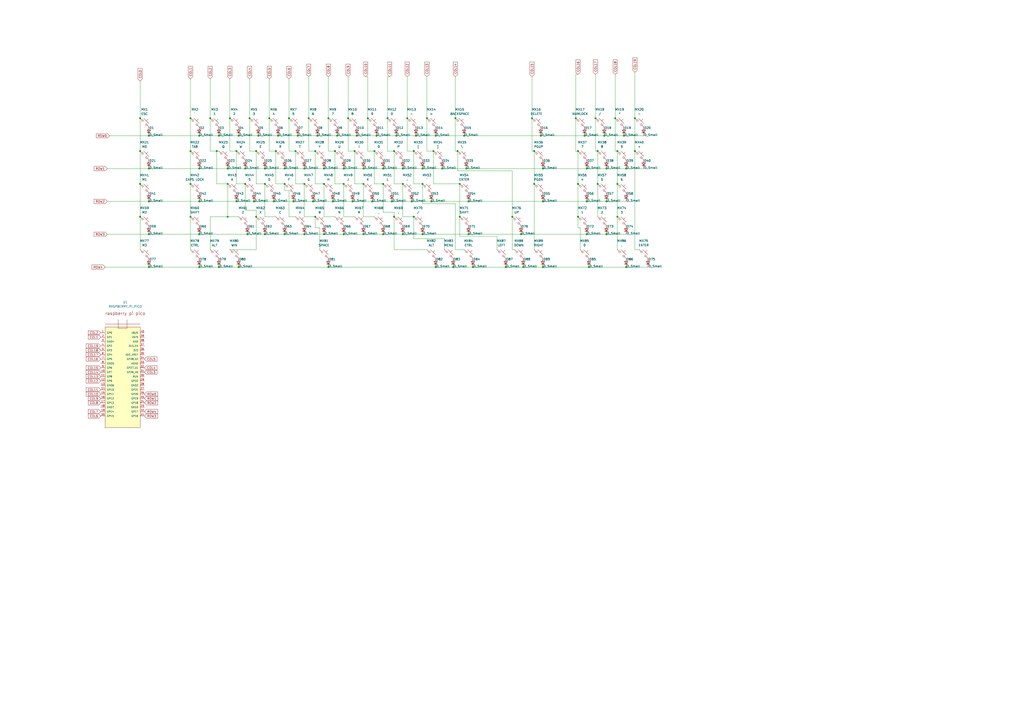
<source format=kicad_sch>
(kicad_sch (version 20231120) (generator "eeschema") (generator_version "8.0")
  (paper "A2")
  (junction (at 302.26 135.89))
  (junction (at 115.57 135.89))
  (junction (at 346.71 87.63))
  (junction (at 210.82 97.79))
  (junction (at 86.36 116.84))
  (junction (at 210.82 106.68))
  (junction (at 229.87 78.74))
  (junction (at 241.3 78.74))
  (junction (at 351.79 97.79))
  (junction (at 335.28 125.73))
  (junction (at 358.14 87.63))
  (junction (at 187.96 135.89))
  (junction (at 274.32 154.94))
  (junction (at 133.35 68.58))
  (junction (at 213.36 68.58))
  (junction (at 187.96 106.68))
  (junction (at 233.68 97.79))
  (junction (at 250.19 116.84))
  (junction (at 182.88 125.73))
  (junction (at 207.01 78.74))
  (junction (at 266.7 125.73))
  (junction (at 182.88 87.63))
  (junction (at 143.51 135.89))
  (junction (at 110.49 87.63))
  (junction (at 158.75 116.84))
  (junction (at 345.44 68.58))
  (junction (at 240.03 125.73))
  (junction (at 81.28 87.63))
  (junction (at 227.33 116.84))
  (junction (at 184.15 78.74))
  (junction (at 252.73 78.74))
  (junction (at 334.01 68.58))
  (junction (at 368.3 87.63))
  (junction (at 137.16 87.63))
  (junction (at 265.43 87.63))
  (junction (at 172.72 78.74))
  (junction (at 358.14 125.73))
  (junction (at 115.57 97.79))
  (junction (at 271.78 116.84))
  (junction (at 363.22 97.79))
  (junction (at 351.79 135.89))
  (junction (at 115.57 116.84))
  (junction (at 132.08 125.73))
  (junction (at 171.45 87.63))
  (junction (at 165.1 97.79))
  (junction (at 340.36 135.89))
  (junction (at 142.24 106.68))
  (junction (at 251.46 87.63))
  (junction (at 201.93 68.58))
  (junction (at 127 78.74))
  (junction (at 303.53 154.94))
  (junction (at 222.25 97.79))
  (junction (at 194.31 87.63))
  (junction (at 127 154.94))
  (junction (at 86.36 78.74))
  (junction (at 199.39 106.68))
  (junction (at 361.95 78.74))
  (junction (at 161.29 78.74))
  (junction (at 110.49 106.68))
  (junction (at 142.24 97.79))
  (junction (at 170.18 116.84))
  (junction (at 228.6 87.63))
  (junction (at 335.28 87.63))
  (junction (at 215.9 116.84))
  (junction (at 121.92 68.58))
  (junction (at 308.61 68.58))
  (junction (at 240.03 87.63))
  (junction (at 339.09 78.74))
  (junction (at 110.49 68.58))
  (junction (at 264.16 68.58))
  (junction (at 199.39 135.89))
  (junction (at 309.88 87.63))
  (junction (at 236.22 68.58))
  (junction (at 179.07 68.58))
  (junction (at 153.67 97.79))
  (junction (at 224.79 68.58))
  (junction (at 81.28 125.73))
  (junction (at 341.63 154.94))
  (junction (at 132.08 97.79))
  (junction (at 233.68 135.89))
  (junction (at 252.73 154.94))
  (junction (at 193.04 116.84))
  (junction (at 167.64 68.58))
  (junction (at 138.43 154.94))
  (junction (at 153.67 135.89))
  (junction (at 350.52 78.74))
  (junction (at 148.59 87.63))
  (junction (at 297.18 125.73))
  (junction (at 165.1 135.89))
  (junction (at 245.11 135.89))
  (junction (at 314.96 116.84))
  (junction (at 245.11 106.68))
  (junction (at 293.37 154.94))
  (junction (at 86.36 154.94))
  (junction (at 314.96 154.94))
  (junction (at 115.57 154.94))
  (junction (at 368.3 68.58))
  (junction (at 81.28 106.68))
  (junction (at 137.16 116.84))
  (junction (at 256.54 97.79))
  (junction (at 199.39 97.79))
  (junction (at 247.65 68.58))
  (junction (at 86.36 97.79))
  (junction (at 165.1 106.68))
  (junction (at 222.25 135.89))
  (junction (at 363.22 154.94))
  (junction (at 81.28 68.58))
  (junction (at 195.58 78.74))
  (junction (at 190.5 154.94))
  (junction (at 346.71 106.68))
  (junction (at 176.53 97.79))
  (junction (at 187.96 97.79))
  (junction (at 266.7 106.68))
  (junction (at 176.53 106.68))
  (junction (at 204.47 116.84))
  (junction (at 210.82 135.89))
  (junction (at 125.73 87.63))
  (junction (at 205.74 87.63))
  (junction (at 270.51 97.79))
  (junction (at 340.36 116.84))
  (junction (at 110.49 125.73))
  (junction (at 222.25 106.68))
  (junction (at 271.78 135.89))
  (junction (at 313.69 78.74))
  (junction (at 156.21 68.58))
  (junction (at 233.68 106.68))
  (junction (at 314.96 97.79))
  (junction (at 262.89 154.94))
  (junction (at 160.02 87.63))
  (junction (at 86.36 135.89))
  (junction (at 335.28 106.68))
  (junction (at 356.87 68.58))
  (junction (at 115.57 78.74))
  (junction (at 190.5 68.58))
  (junction (at 148.59 125.73))
  (junction (at 351.79 116.84))
  (junction (at 149.86 78.74))
  (junction (at 245.11 97.79))
  (junction (at 132.08 106.68))
  (junction (at 217.17 87.63))
  (junction (at 358.14 106.68))
  (junction (at 238.76 116.84))
  (junction (at 144.78 68.58))
  (junction (at 309.88 106.68))
  (junction (at 176.53 135.89))
  (junction (at 181.61 116.84))
  (junction (at 138.43 78.74))
  (junction (at 153.67 106.68))
  (junction (at 269.24 78.74))
  (junction (at 340.36 97.79))
  (junction (at 147.32 116.84))
  (junction (at 228.6 125.73))
  (junction (at 218.44 78.74))
  (wire (pts (xy 190.5 87.63) (xy 194.31 87.63)))
  (wire (pts (xy 302.26 135.89) (xy 340.36 135.89)))
  (wire (pts (xy 133.35 68.58) (xy 133.35 87.63)))
  (wire (pts (xy 137.16 87.63) (xy 137.16 106.68)))
  (wire (pts (xy 176.53 97.79) (xy 187.96 97.79)))
  (wire (pts (xy 247.65 87.63) (xy 251.46 87.63)))
  (wire (pts (xy 297.18 125.73) (xy 297.18 144.78)))
  (wire (pts (xy 269.24 78.74) (xy 313.69 78.74)))
  (wire (pts (xy 314.96 97.79) (xy 340.36 97.79)))
  (wire (pts (xy 345.44 68.58) (xy 345.44 87.63)))
  (wire (pts (xy 167.64 110.49) (xy 165.1 110.49)))
  (wire (pts (xy 228.6 144.78) (xy 228.6 125.73)))
  (wire (pts (xy 148.59 144.78) (xy 148.59 125.73)))
  (wire (pts (xy 228.6 87.63) (xy 228.6 106.68)))
  (wire (pts (xy 334.01 43.18) (xy 334.01 68.58)))
  (wire (pts (xy 81.28 68.58) (xy 81.28 87.63)))
  (wire (pts (xy 224.79 68.58) (xy 224.79 87.63)))
  (wire (pts (xy 222.25 106.68) (xy 222.25 123.19)))
  (wire (pts (xy 86.36 135.89) (xy 115.57 135.89)))
  (wire (pts (xy 314.96 116.84) (xy 340.36 116.84)))
  (wire (pts (xy 303.53 154.94) (xy 314.96 154.94)))
  (wire (pts (xy 222.25 97.79) (xy 233.68 97.79)))
  (wire (pts (xy 187.96 97.79) (xy 199.39 97.79)))
  (wire (pts (xy 264.16 68.58) (xy 264.16 87.63)))
  (wire (pts (xy 86.36 78.74) (xy 115.57 78.74)))
  (wire (pts (xy 185.42 132.08) (xy 182.88 132.08)))
  (wire (pts (xy 358.14 87.63) (xy 358.14 106.68)))
  (wire (pts (xy 199.39 106.68) (xy 199.39 125.73)))
  (wire (pts (xy 115.57 78.74) (xy 127 78.74)))
  (wire (pts (xy 165.1 110.49) (xy 165.1 106.68)))
  (wire (pts (xy 110.49 87.63) (xy 110.49 106.68)))
  (wire (pts (xy 160.02 106.68) (xy 165.1 106.68)))
  (wire (pts (xy 62.23 97.79) (xy 86.36 97.79)))
  (wire (pts (xy 309.88 106.68) (xy 309.88 144.78)))
  (wire (pts (xy 236.22 68.58) (xy 236.22 87.63)))
  (wire (pts (xy 199.39 135.89) (xy 210.82 135.89)))
  (wire (pts (xy 115.57 135.89) (xy 143.51 135.89)))
  (wire (pts (xy 257.81 138.43) (xy 257.81 144.78)))
  (wire (pts (xy 256.54 97.79) (xy 270.51 97.79)))
  (wire (pts (xy 125.73 87.63) (xy 127 87.63)))
  (wire (pts (xy 351.79 135.89) (xy 363.22 135.89)))
  (wire (pts (xy 210.82 97.79) (xy 222.25 97.79)))
  (wire (pts (xy 86.36 154.94) (xy 115.57 154.94)))
  (wire (pts (xy 199.39 125.73) (xy 205.74 125.73)))
  (wire (pts (xy 229.87 78.74) (xy 241.3 78.74)))
  (wire (pts (xy 266.7 125.73) (xy 266.7 137.16)))
  (wire (pts (xy 137.16 116.84) (xy 147.32 116.84)))
  (wire (pts (xy 115.57 97.79) (xy 132.08 97.79)))
  (wire (pts (xy 297.18 144.78) (xy 298.45 144.78)))
  (wire (pts (xy 215.9 116.84) (xy 227.33 116.84)))
  (wire (pts (xy 86.36 116.84) (xy 115.57 116.84)))
  (wire (pts (xy 81.28 87.63) (xy 81.28 106.68)))
  (wire (pts (xy 297.18 99.06) (xy 297.18 125.73)))
  (wire (pts (xy 156.21 45.72) (xy 156.21 68.58)))
  (wire (pts (xy 233.68 97.79) (xy 245.11 97.79)))
  (wire (pts (xy 351.79 97.79) (xy 363.22 97.79)))
  (wire (pts (xy 182.88 106.68) (xy 187.96 106.68)))
  (wire (pts (xy 176.53 135.89) (xy 187.96 135.89)))
  (wire (pts (xy 218.44 78.74) (xy 229.87 78.74)))
  (wire (pts (xy 187.96 106.68) (xy 187.96 125.73)))
  (wire (pts (xy 81.28 125.73) (xy 81.28 144.78)))
  (wire (pts (xy 190.5 44.45) (xy 190.5 68.58)))
  (wire (pts (xy 217.17 106.68) (xy 222.25 106.68)))
  (wire (pts (xy 340.36 135.89) (xy 351.79 135.89)))
  (wire (pts (xy 217.17 87.63) (xy 217.17 106.68)))
  (wire (pts (xy 148.59 87.63) (xy 148.59 106.68)))
  (wire (pts (xy 222.25 135.89) (xy 233.68 135.89)))
  (wire (pts (xy 110.49 125.73) (xy 110.49 144.78)))
  (wire (pts (xy 132.08 106.68) (xy 125.73 106.68)))
  (wire (pts (xy 170.18 116.84) (xy 181.61 116.84)))
  (wire (pts (xy 264.16 87.63) (xy 265.43 87.63)))
  (wire (pts (xy 142.24 121.92) (xy 142.24 106.68)))
  (wire (pts (xy 62.23 135.89) (xy 86.36 135.89)))
  (wire (pts (xy 212.09 44.45) (xy 213.36 44.45)))
  (wire (pts (xy 245.11 118.11) (xy 264.16 118.11)))
  (wire (pts (xy 228.6 106.68) (xy 233.68 106.68)))
  (wire (pts (xy 121.92 144.78) (xy 121.92 125.73)))
  (wire (pts (xy 265.43 87.63) (xy 265.43 99.06)))
  (wire (pts (xy 356.87 87.63) (xy 358.14 87.63)))
  (wire (pts (xy 153.67 135.89) (xy 165.1 135.89)))
  (wire (pts (xy 153.67 106.68) (xy 153.67 125.73)))
  (wire (pts (xy 271.78 116.84) (xy 314.96 116.84)))
  (wire (pts (xy 251.46 106.68) (xy 266.7 106.68)))
  (wire (pts (xy 358.14 125.73) (xy 358.14 144.78)))
  (wire (pts (xy 144.78 45.72) (xy 144.78 68.58)))
  (wire (pts (xy 251.46 87.63) (xy 251.46 106.68)))
  (wire (pts (xy 309.88 87.63) (xy 309.88 106.68)))
  (wire (pts (xy 63.5 78.74) (xy 86.36 78.74)))
  (wire (pts (xy 148.59 125.73) (xy 148.59 121.92)))
  (wire (pts (xy 293.37 154.94) (xy 303.53 154.94)))
  (wire (pts (xy 227.33 116.84) (xy 238.76 116.84)))
  (wire (pts (xy 351.79 116.84) (xy 363.22 116.84)))
  (wire (pts (xy 179.07 44.45) (xy 179.07 68.58)))
  (wire (pts (xy 133.35 45.72) (xy 133.35 68.58)))
  (wire (pts (xy 158.75 116.84) (xy 170.18 116.84)))
  (wire (pts (xy 194.31 106.68) (xy 199.39 106.68)))
  (wire (pts (xy 336.55 144.78) (xy 336.55 132.08)))
  (wire (pts (xy 247.65 144.78) (xy 228.6 144.78)))
  (wire (pts (xy 187.96 125.73) (xy 194.31 125.73)))
  (wire (pts (xy 308.61 44.45) (xy 308.61 68.58)))
  (wire (pts (xy 176.53 125.73) (xy 182.88 125.73)))
  (wire (pts (xy 182.88 132.08) (xy 182.88 125.73)))
  (wire (pts (xy 132.08 125.73) (xy 132.08 106.68)))
  (wire (pts (xy 339.09 78.74) (xy 350.52 78.74)))
  (wire (pts (xy 245.11 135.89) (xy 271.78 135.89)))
  (wire (pts (xy 346.71 87.63) (xy 346.71 106.68)))
  (wire (pts (xy 240.03 87.63) (xy 240.03 106.68)))
  (wire (pts (xy 115.57 116.84) (xy 137.16 116.84)))
  (wire (pts (xy 86.36 97.79) (xy 115.57 97.79)))
  (wire (pts (xy 340.36 97.79) (xy 351.79 97.79)))
  (wire (pts (xy 110.49 68.58) (xy 110.49 87.63)))
  (wire (pts (xy 233.68 135.89) (xy 245.11 135.89)))
  (wire (pts (xy 240.03 138.43) (xy 257.81 138.43)))
  (wire (pts (xy 142.24 106.68) (xy 137.16 106.68)))
  (wire (pts (xy 153.67 97.79) (xy 165.1 97.79)))
  (wire (pts (xy 127 154.94) (xy 138.43 154.94)))
  (wire (pts (xy 368.3 41.91) (xy 368.3 68.58)))
  (wire (pts (xy 179.07 87.63) (xy 182.88 87.63)))
  (wire (pts (xy 247.65 44.45) (xy 247.65 68.58)))
  (wire (pts (xy 262.89 154.94) (xy 274.32 154.94)))
  (wire (pts (xy 335.28 43.18) (xy 334.01 43.18)))
  (wire (pts (xy 195.58 78.74) (xy 207.01 78.74)))
  (wire (pts (xy 363.22 154.94) (xy 375.92 154.94)))
  (wire (pts (xy 201.93 87.63) (xy 205.74 87.63)))
  (wire (pts (xy 340.36 116.84) (xy 351.79 116.84)))
  (wire (pts (xy 199.39 97.79) (xy 210.82 97.79)))
  (wire (pts (xy 156.21 68.58) (xy 156.21 87.63)))
  (wire (pts (xy 149.86 78.74) (xy 161.29 78.74)))
  (wire (pts (xy 171.45 87.63) (xy 171.45 106.68)))
  (wire (pts (xy 201.93 68.58) (xy 201.93 87.63)))
  (wire (pts (xy 210.82 106.68) (xy 210.82 125.73)))
  (wire (pts (xy 190.5 154.94) (xy 252.73 154.94)))
  (wire (pts (xy 110.49 45.72) (xy 110.49 68.58)))
  (wire (pts (xy 138.43 154.94) (xy 190.5 154.94)))
  (wire (pts (xy 213.36 68.58) (xy 213.36 44.45)))
  (wire (pts (xy 110.49 106.68) (xy 110.49 125.73)))
  (wire (pts (xy 201.93 44.45) (xy 201.93 68.58)))
  (wire (pts (xy 133.35 144.78) (xy 148.59 144.78)))
  (wire (pts (xy 121.92 125.73) (xy 132.08 125.73)))
  (wire (pts (xy 176.53 106.68) (xy 176.53 125.73)))
  (wire (pts (xy 138.43 125.73) (xy 132.08 125.73)))
  (wire (pts (xy 213.36 87.63) (xy 217.17 87.63)))
  (wire (pts (xy 228.6 123.19) (xy 228.6 125.73)))
  (wire (pts (xy 193.04 116.84) (xy 204.47 116.84)))
  (wire (pts (xy 167.64 68.58) (xy 167.64 87.63)))
  (wire (pts (xy 138.43 78.74) (xy 149.86 78.74)))
  (wire (pts (xy 356.87 68.58) (xy 356.87 87.63)))
  (wire (pts (xy 153.67 125.73) (xy 160.02 125.73)))
  (wire (pts (xy 350.52 78.74) (xy 361.95 78.74)))
  (wire (pts (xy 345.44 43.18) (xy 345.44 68.58)))
  (wire (pts (xy 240.03 106.68) (xy 245.11 106.68)))
  (wire (pts (xy 213.36 68.58) (xy 213.36 87.63)))
  (wire (pts (xy 171.45 106.68) (xy 176.53 106.68)))
  (wire (pts (xy 264.16 144.78) (xy 269.24 144.78)))
  (wire (pts (xy 161.29 78.74) (xy 172.72 78.74)))
  (wire (pts (xy 207.01 78.74) (xy 218.44 78.74)))
  (wire (pts (xy 334.01 87.63) (xy 335.28 87.63)))
  (wire (pts (xy 308.61 68.58) (xy 308.61 87.63)))
  (wire (pts (xy 334.01 68.58) (xy 334.01 87.63)))
  (wire (pts (xy 142.24 97.79) (xy 153.67 97.79)))
  (wire (pts (xy 346.71 106.68) (xy 346.71 125.73)))
  (wire (pts (xy 184.15 78.74) (xy 195.58 78.74)))
  (wire (pts (xy 160.02 87.63) (xy 160.02 106.68)))
  (wire (pts (xy 233.68 125.73) (xy 233.68 106.68)))
  (wire (pts (xy 133.35 87.63) (xy 137.16 87.63)))
  (wire (pts (xy 314.96 154.94) (xy 341.63 154.94)))
  (wire (pts (xy 156.21 87.63) (xy 160.02 87.63)))
  (wire (pts (xy 224.79 44.45) (xy 226.06 44.45)))
  (wire (pts (xy 222.25 123.19) (xy 228.6 123.19)))
  (wire (pts (xy 187.96 135.89) (xy 199.39 135.89)))
  (wire (pts (xy 147.32 116.84) (xy 158.75 116.84)))
  (wire (pts (xy 265.43 99.06) (xy 297.18 99.06)))
  (wire (pts (xy 241.3 78.74) (xy 252.73 78.74)))
  (wire (pts (xy 127 78.74) (xy 138.43 78.74)))
  (wire (pts (xy 125.73 106.68) (xy 125.73 87.63)))
  (wire (pts (xy 335.28 106.68) (xy 335.28 125.73)))
  (wire (pts (xy 190.5 68.58) (xy 190.5 87.63)))
  (wire (pts (xy 341.63 154.94) (xy 363.22 154.94)))
  (wire (pts (xy 143.51 135.89) (xy 153.67 135.89)))
  (wire (pts (xy 121.92 87.63) (xy 125.73 87.63)))
  (wire (pts (xy 271.78 135.89) (xy 302.26 135.89)))
  (wire (pts (xy 121.92 45.72) (xy 121.92 68.58)))
  (wire (pts (xy 210.82 135.89) (xy 222.25 135.89)))
  (wire (pts (xy 224.79 68.58) (xy 224.79 44.45)))
  (wire (pts (xy 148.59 106.68) (xy 153.67 106.68)))
  (wire (pts (xy 182.88 87.63) (xy 182.88 106.68)))
  (wire (pts (xy 245.11 106.68) (xy 245.11 118.11)))
  (wire (pts (xy 264.16 44.45) (xy 264.16 68.58)))
  (wire (pts (xy 148.59 121.92) (xy 142.24 121.92)))
  (wire (pts (xy 368.3 144.78) (xy 370.84 144.78)))
  (wire (pts (xy 62.23 116.84) (xy 86.36 116.84)))
  (wire (pts (xy 172.72 78.74) (xy 184.15 78.74)))
  (wire (pts (xy 240.03 125.73) (xy 233.68 125.73)))
  (wire (pts (xy 266.7 137.16) (xy 288.29 137.16)))
  (wire (pts (xy 167.64 45.72) (xy 167.64 68.58)))
  (wire (pts (xy 335.28 132.08) (xy 335.28 125.73)))
  (wire (pts (xy 356.87 43.18) (xy 356.87 68.58)))
  (wire (pts (xy 335.28 87.63) (xy 335.28 106.68)))
  (wire (pts (xy 144.78 87.63) (xy 148.59 87.63)))
  (wire (pts (xy 363.22 97.79) (xy 373.38 97.79)))
  (wire (pts (xy 171.45 125.73) (xy 167.64 125.73)))
  (wire (pts (xy 250.19 116.84) (xy 271.78 116.84)))
  (wire (pts (xy 81.28 106.68) (xy 81.28 125.73)))
  (wire (pts (xy 270.51 97.79) (xy 314.96 97.79)))
  (wire (pts (xy 204.47 116.84) (xy 215.9 116.84)))
  (wire (pts (xy 144.78 68.58) (xy 144.78 87.63)))
  (wire (pts (xy 345.44 87.63) (xy 346.71 87.63)))
  (wire (pts (xy 264.16 118.11) (xy 264.16 144.78)))
  (wire (pts (xy 238.76 116.84) (xy 250.19 116.84)))
  (wire (pts (xy 336.55 132.08) (xy 335.28 132.08)))
  (wire (pts (xy 165.1 97.79) (xy 176.53 97.79)))
  (wire (pts (xy 245.11 97.79) (xy 256.54 97.79)))
  (wire (pts (xy 205.74 87.63) (xy 205.74 106.68)))
  (wire (pts (xy 115.57 154.94) (xy 127 154.94)))
  (wire (pts (xy 81.28 46.99) (xy 81.28 68.58)))
  (wire (pts (xy 368.3 68.58) (xy 368.3 87.63)))
  (wire (pts (xy 224.79 87.63) (xy 228.6 87.63)))
  (wire (pts (xy 308.61 87.63) (xy 309.88 87.63)))
  (wire (pts (xy 240.03 125.73) (xy 240.03 138.43)))
  (wire (pts (xy 121.92 68.58) (xy 121.92 87.63)))
  (wire (pts (xy 179.07 68.58) (xy 179.07 87.63)))
  (wire (pts (xy 252.73 154.94) (xy 262.89 154.94)))
  (wire (pts (xy 252.73 78.74) (xy 269.24 78.74)))
  (wire (pts (xy 236.22 87.63) (xy 240.03 87.63)))
  (wire (pts (xy 361.95 78.74) (xy 373.38 78.74)))
  (wire (pts (xy 181.61 116.84) (xy 193.04 116.84)))
  (wire (pts (xy 167.64 125.73) (xy 167.64 110.49)))
  (wire (pts (xy 274.32 154.94) (xy 293.37 154.94)))
  (wire (pts (xy 185.42 144.78) (xy 185.42 132.08)))
  (wire (pts (xy 313.69 78.74) (xy 339.09 78.74)))
  (wire (pts (xy 368.3 87.63) (xy 368.3 144.78)))
  (wire (pts (xy 205.74 106.68) (xy 210.82 106.68)))
  (wire (pts (xy 60.96 154.94) (xy 86.36 154.94)))
  (wire (pts (xy 358.14 106.68) (xy 358.14 125.73)))
  (wire (pts (xy 266.7 106.68) (xy 266.7 125.73)))
  (wire (pts (xy 194.31 87.63) (xy 194.31 106.68)))
  (wire (pts (xy 132.08 97.79) (xy 142.24 97.79)))
  (wire (pts (xy 247.65 68.58) (xy 247.65 87.63)))
  (wire (pts (xy 236.22 44.45) (xy 236.22 68.58)))
  (wire (pts (xy 167.64 87.63) (xy 171.45 87.63)))
  (wire (pts (xy 288.29 137.16) (xy 288.29 144.78)))
  (wire (pts (xy 165.1 135.89) (xy 176.53 135.89)))
  (wire (pts (xy 210.82 125.73) (xy 217.17 125.73)))
  (global_label "COL4" (shape input) (at 144.78 45.72 90) (property "Intersheetrefs" "${INTERSHEET_REFS}" (effects (hide yes))))
  (global_label "ROW1" (shape input) (at 83.82 231.14 0) (property "Intersheetrefs" "${INTERSHEET_REFS}" (effects (hide yes))))
  (global_label "COL11" (shape input) (at 58.42 226.06 180) (property "Intersheetrefs" "${INTERSHEET_REFS}" (effects (hide yes))))
  (global_label "COL0" (shape input) (at 81.28 46.99 90) (property "Intersheetrefs" "${INTERSHEET_REFS}" (effects (hide yes))))
  (global_label "COL15" (shape input) (at 58.42 213.36 180) (property "Intersheetrefs" "${INTERSHEET_REFS}" (effects (hide yes))))
  (global_label "COL11" (shape input) (at 226.06 44.45 90) (property "Intersheetrefs" "${INTERSHEET_REFS}" (effects (hide yes))))
  (global_label "COL19" (shape input) (at 368.3 41.91 90) (property "Intersheetrefs" "${INTERSHEET_REFS}" (effects (hide yes))))
  (global_label "COL1" (shape input) (at 110.49 45.72 90) (property "Intersheetrefs" "${INTERSHEET_REFS}" (effects (hide yes))))
  (global_label "COL6" (shape input) (at 167.64 45.72 90) (property "Intersheetrefs" "${INTERSHEET_REFS}" (effects (hide yes))))
  (global_label "COL12" (shape input) (at 58.42 220.98 180) (property "Intersheetrefs" "${INTERSHEET_REFS}" (effects (hide yes))))
  (global_label "ROW3" (shape input) (at 83.82 241.3 0) (property "Intersheetrefs" "${INTERSHEET_REFS}" (effects (hide yes))))
  (global_label "COL9" (shape input) (at 201.93 44.45 90) (property "Intersheetrefs" "${INTERSHEET_REFS}" (effects (hide yes))))
  (global_label "ROW4" (shape input) (at 60.96 154.94 180) (property "Intersheetrefs" "${INTERSHEET_REFS}" (effects (hide yes))))
  (global_label "COL5" (shape input) (at 156.21 45.72 90) (property "Intersheetrefs" "${INTERSHEET_REFS}" (effects (hide yes))))
  (global_label "COL14" (shape input) (at 264.16 44.45 90) (property "Intersheetrefs" "${INTERSHEET_REFS}" (effects (hide yes))))
  (global_label "COL13" (shape input) (at 247.65 44.45 90) (property "Intersheetrefs" "${INTERSHEET_REFS}" (effects (hide yes))))
  (global_label "COL12" (shape input) (at 236.22 44.45 90) (property "Intersheetrefs" "${INTERSHEET_REFS}" (effects (hide yes))))
  (global_label "COL17" (shape input) (at 345.44 43.18 90) (property "Intersheetrefs" "${INTERSHEET_REFS}" (effects (hide yes))))
  (global_label "ROW3" (shape input) (at 62.23 135.89 180) (property "Intersheetrefs" "${INTERSHEET_REFS}" (effects (hide yes))))
  (global_label "COL19" (shape input) (at 58.42 200.66 180) (property "Intersheetrefs" "${INTERSHEET_REFS}" (effects (hide yes))))
  (global_label "COL15" (shape input) (at 308.61 44.45 90) (property "Intersheetrefs" "${INTERSHEET_REFS}" (effects (hide yes))))
  (global_label "ROW0" (shape input) (at 83.82 228.6 0) (property "Intersheetrefs" "${INTERSHEET_REFS}" (effects (hide yes))))
  (global_label "ROW2" (shape input) (at 83.82 233.68 0) (property "Intersheetrefs" "${INTERSHEET_REFS}" (effects (hide yes))))
  (global_label "COL7" (shape input) (at 179.07 44.45 90) (property "Intersheetrefs" "${INTERSHEET_REFS}" (effects (hide yes))))
  (global_label "COL13" (shape input) (at 58.42 218.44 180) (property "Intersheetrefs" "${INTERSHEET_REFS}" (effects (hide yes))))
  (global_label "COL7" (shape input) (at 58.42 238.76 180) (property "Intersheetrefs" "${INTERSHEET_REFS}" (effects (hide yes))))
  (global_label "COL6" (shape input) (at 58.42 241.3 180) (property "Intersheetrefs" "${INTERSHEET_REFS}" (effects (hide yes))))
  (global_label "COL9" (shape input) (at 58.42 231.14 180) (property "Intersheetrefs" "${INTERSHEET_REFS}" (effects (hide yes))))
  (global_label "COL2" (shape input) (at 58.42 193.04 180) (property "Intersheetrefs" "${INTERSHEET_REFS}" (effects (hide yes))))
  (global_label "COL8" (shape input) (at 58.42 233.68 180) (property "Intersheetrefs" "${INTERSHEET_REFS}" (effects (hide yes))))
  (global_label "COL8" (shape input) (at 190.5 44.45 90) (property "Intersheetrefs" "${INTERSHEET_REFS}" (effects (hide yes))))
  (global_label "COL4" (shape input) (at 83.82 213.36 0) (property "Intersheetrefs" "${INTERSHEET_REFS}" (effects (hide yes))))
  (global_label "COL14" (shape input) (at 58.42 215.9 180) (property "Intersheetrefs" "${INTERSHEET_REFS}" (effects (hide yes))))
  (global_label "COL18" (shape input) (at 58.42 203.2 180) (property "Intersheetrefs" "${INTERSHEET_REFS}" (effects (hide yes))))
  (global_label "COL3" (shape input) (at 133.35 45.72 90) (property "Intersheetrefs" "${INTERSHEET_REFS}" (effects (hide yes))))
  (global_label "COL10" (shape input) (at 212.09 44.45 90) (property "Intersheetrefs" "${INTERSHEET_REFS}" (effects (hide yes))))
  (global_label "ROW2" (shape input) (at 62.23 116.84 180) (property "Intersheetrefs" "${INTERSHEET_REFS}" (effects (hide yes))))
  (global_label "COL1" (shape input) (at 58.42 195.58 180) (property "Intersheetrefs" "${INTERSHEET_REFS}" (effects (hide yes))))
  (global_label "COL17" (shape input) (at 58.42 205.74 180) (property "Intersheetrefs" "${INTERSHEET_REFS}" (effects (hide yes))))
  (global_label "COL18" (shape input) (at 356.87 43.18 90) (property "Intersheetrefs" "${INTERSHEET_REFS}" (effects (hide yes))))
  (global_label "COL10" (shape input) (at 58.42 228.6 180) (property "Intersheetrefs" "${INTERSHEET_REFS}" (effects (hide yes))))
  (global_label "COL16" (shape input) (at 335.28 43.18 90) (property "Intersheetrefs" "${INTERSHEET_REFS}" (effects (hide yes))))
  (global_label "ROW4" (shape input) (at 83.82 238.76 0) (property "Intersheetrefs" "${INTERSHEET_REFS}" (effects (hide yes))))
  (global_label "COL2" (shape input) (at 121.92 45.72 90) (property "Intersheetrefs" "${INTERSHEET_REFS}" (effects (hide yes))))
  (global_label "COL3" (shape input) (at 83.82 215.9 0) (property "Intersheetrefs" "${INTERSHEET_REFS}" (effects (hide yes))))
  (global_label "ROW0" (shape input) (at 63.5 78.74 180) (property "Intersheetrefs" "${INTERSHEET_REFS}" (effects (hide yes))))
  (global_label "ROW1" (shape input) (at 62.23 97.79 180) (property "Intersheetrefs" "${INTERSHEET_REFS}" (effects (hide yes))))
  (global_label "COL5" (shape input) (at 83.82 208.28 0) (property "Intersheetrefs" "${INTERSHEET_REFS}" (effects (hide yes))))
  (global_label "COL16" (shape input) (at 58.42 208.28 180) (property "Intersheetrefs" "${INTERSHEET_REFS}" (effects (hide yes))))
  (symbol (lib_id "mechanical_keyboard:D_Small") (at 271.78 133.35 90) (unit 1)
    (property "Reference" "D71" (at 272.034 131.318 90) (effects (justify right)))
    (property "Value" "D_Small" (at 272.034 135.382 90) (effects (justify right)))
    (property "Footprint" "Diode_SMD:D_SOD-323" (effects (hide yes)))
    (property "Description" "Diode, small symbol" (effects (hide yes)))
    (property "Sim.Device" "D" (effects (hide yes)))
    (property "Sim.Pins" "1=K 2=A" (effects (hide yes)))
  )
  (symbol (lib_id "mechanical_keyboard:MX_SW_solder") (at 312.42 147.32 0) (unit 1)
    (property "Reference" "MX89" (at 312.42 139.7 0))
    (property "Value" "RIGHT" (at 312.42 142.24 0))
    (property "Footprint" "PCBlib_keyboard:SW_Cherry_MX_1.00u_PCB" (effects (hide yes)))
    (property "Description" "Push button switch, normally open, two pins, 45° tilted" (effects (hide yes)))
  )
  (symbol (lib_id "mechanical_keyboard:D_Small") (at 340.36 133.35 90) (unit 1)
    (property "Reference" "D72" (at 340.614 131.318 90) (effects (justify right)))
    (property "Value" "D_Small" (at 340.614 135.382 90) (effects (justify right)))
    (property "Footprint" "Diode_SMD:D_SOD-323" (effects (hide yes)))
    (property "Description" "Diode, small symbol" (effects (hide yes)))
    (property "Sim.Device" "D" (effects (hide yes)))
    (property "Sim.Pins" "1=K 2=A" (effects (hide yes)))
  )
  (symbol (lib_id "mechanical_keyboard:D_Small") (at 199.39 95.25 90) (unit 1)
    (property "Reference" "D29" (at 199.644 93.218 90) (effects (justify right)))
    (property "Value" "D_Small" (at 199.644 97.282 90) (effects (justify right)))
    (property "Footprint" "Diode_SMD:D_SOD-323" (effects (hide yes)))
    (property "Description" "Diode, small symbol" (effects (hide yes)))
    (property "Sim.Device" "D" (effects (hide yes)))
    (property "Sim.Pins" "1=K 2=A" (effects (hide yes)))
  )
  (symbol (lib_id "mechanical_keyboard:MX_SW_solder") (at 196.85 128.27 0) (unit 1)
    (property "Reference" "MX66" (at 196.85 120.65 0))
    (property "Value" "N" (at 196.85 123.19 0))
    (property "Footprint" "PCBlib_keyboard:SW_Cherry_MX_1.00u_PCB" (effects (hide yes)))
    (property "Description" "Push button switch, normally open, two pins, 45° tilted" (effects (hide yes)))
  )
  (symbol (lib_id "mechanical_keyboard:MX_SW_solder") (at 204.47 71.12 0) (unit 1)
    (property "Reference" "MX10" (at 204.47 63.5 0))
    (property "Value" "8" (at 204.47 66.04 0))
    (property "Footprint" "PCBlib_keyboard:SW_Cherry_MX_1.00u_PCB" (effects (hide yes)))
    (property "Description" "Push button switch, normally open, two pins, 45° tilted" (effects (hide yes)))
  )
  (symbol (lib_id "mechanical_keyboard:D_Small") (at 227.33 114.3 90) (unit 1)
    (property "Reference" "D51" (at 227.584 112.268 90) (effects (justify right)))
    (property "Value" "D_Small" (at 227.584 116.332 90) (effects (justify right)))
    (property "Footprint" "Diode_SMD:D_SOD-323" (effects (hide yes)))
    (property "Description" "Diode, small symbol" (effects (hide yes)))
    (property "Sim.Device" "D" (effects (hide yes)))
    (property "Sim.Pins" "1=K 2=A" (effects (hide yes)))
  )
  (symbol (lib_id "mechanical_keyboard:MX_SW_solder") (at 158.75 71.12 0) (unit 1)
    (property "Reference" "MX6" (at 158.75 63.5 0))
    (property "Value" "4" (at 158.75 66.04 0))
    (property "Footprint" "PCBlib_keyboard:SW_Cherry_MX_1.00u_PCB" (effects (hide yes)))
    (property "Description" "Push button switch, normally open, two pins, 45° tilted" (effects (hide yes)))
  )
  (symbol (lib_id "mechanical_keyboard:D_Small") (at 222.25 133.35 90) (unit 1)
    (property "Reference" "D68" (at 222.504 131.318 90) (effects (justify right)))
    (property "Value" "D_Small" (at 222.504 135.382 90) (effects (justify right)))
    (property "Footprint" "Diode_SMD:D_SOD-323" (effects (hide yes)))
    (property "Description" "Diode, small symbol" (effects (hide yes)))
    (property "Sim.Device" "D" (effects (hide yes)))
    (property "Sim.Pins" "1=K 2=A" (effects (hide yes)))
  )
  (symbol (lib_id "mechanical_keyboard:D_Small") (at 293.37 152.4 90) (unit 1)
    (property "Reference" "D87" (at 293.624 150.368 90) (effects (justify right)))
    (property "Value" "D_Small" (at 293.624 154.432 90) (effects (justify right)))
    (property "Footprint" "Diode_SMD:D_SOD-323" (effects (hide yes)))
    (property "Description" "Diode, small symbol" (effects (hide yes)))
    (property "Sim.Device" "D" (effects (hide yes)))
    (property "Sim.Pins" "1=K 2=A" (effects (hide yes)))
  )
  (symbol (lib_id "mechanical_keyboard:MX_SW_solder") (at 254 90.17 0) (unit 1)
    (property "Reference" "MX34" (at 254 82.55 0))
    (property "Value" "]" (at 254 85.09 0))
    (property "Footprint" "PCBlib_keyboard:SW_Cherry_MX_1.00u_PCB" (effects (hide yes)))
    (property "Description" "Push button switch, normally open, two pins, 45° tilted" (effects (hide yes)))
  )
  (symbol (lib_id "mechanical_keyboard:D_Small") (at 86.36 76.2 90) (unit 1)
    (property "Reference" "D1" (at 86.614 74.168 90) (effects (justify right)))
    (property "Value" "D_Small" (at 86.614 78.232 90) (effects (justify right)))
    (property "Footprint" "Diode_SMD:D_SOD-323" (effects (hide yes)))
    (property "Description" "Diode, small symbol" (effects (hide yes)))
    (property "Sim.Device" "D" (effects (hide yes)))
    (property "Sim.Pins" "1=K 2=A" (effects (hide yes)))
  )
  (symbol (lib_id "mechanical_keyboard:MX_SW_solder") (at 83.82 90.17 0) (unit 1)
    (property "Reference" "MX21" (at 83.82 82.55 0))
    (property "Value" "M0" (at 83.82 85.09 0))
    (property "Footprint" "PCBlib_keyboard:SW_Cherry_MX_1.00u_PCB" (effects (hide yes)))
    (property "Description" "Push button switch, normally open, two pins, 45° tilted" (effects (hide yes)))
  )
  (symbol (lib_id "mechanical_keyboard:D_Small") (at 161.29 76.2 90) (unit 1)
    (property "Reference" "D6" (at 161.544 74.168 90) (effects (justify right)))
    (property "Value" "D_Small" (at 161.544 78.232 90) (effects (justify right)))
    (property "Footprint" "Diode_SMD:D_SOD-323" (effects (hide yes)))
    (property "Description" "Diode, small symbol" (effects (hide yes)))
    (property "Sim.Device" "D" (effects (hide yes)))
    (property "Sim.Pins" "1=K 2=A" (effects (hide yes)))
  )
  (symbol (lib_id "mechanical_keyboard:D_Small") (at 132.08 95.25 90) (unit 1)
    (property "Reference" "D23" (at 132.334 93.218 90) (effects (justify right)))
    (property "Value" "D_Small" (at 132.334 97.282 90) (effects (justify right)))
    (property "Footprint" "Diode_SMD:D_SOD-323" (effects (hide yes)))
    (property "Description" "Diode, small symbol" (effects (hide yes)))
    (property "Sim.Device" "D" (effects (hide yes)))
    (property "Sim.Pins" "1=K 2=A" (effects (hide yes)))
  )
  (symbol (lib_id "mechanical_keyboard:MX_SW_solder") (at 219.71 90.17 0) (unit 1)
    (property "Reference" "MX31" (at 219.71 82.55 0))
    (property "Value" "O" (at 219.71 85.09 0))
    (property "Footprint" "PCBlib_keyboard:SW_Cherry_MX_1.00u_PCB" (effects (hide yes)))
    (property "Description" "Push button switch, normally open, two pins, 45° tilted" (effects (hide yes)))
  )
  (symbol (lib_id "mechanical_keyboard:MX_SW_solder") (at 360.68 147.32 0) (unit 1)
    (property "Reference" "MX86" (at 360.68 139.7 0))
    (property "Value" "." (at 360.68 142.24 0))
    (property "Footprint" "PCBlib_keyboard:SW_Cherry_MX_1.00u_PCB" (effects (hide yes)))
    (property "Description" "Push button switch, normally open, two pins, 45° tilted" (effects (hide yes)))
  )
  (symbol (lib_id "mechanical_keyboard:D_Small") (at 363.22 133.35 90) (unit 1)
    (property "Reference" "D74" (at 363.474 131.318 90) (effects (justify right)))
    (property "Value" "D_Small" (at 363.474 135.382 90) (effects (justify right)))
    (property "Footprint" "Diode_SMD:D_SOD-323" (effects (hide yes)))
    (property "Description" "Diode, small symbol" (effects (hide yes)))
    (property "Sim.Device" "D" (effects (hide yes)))
    (property "Sim.Pins" "1=K 2=A" (effects (hide yes)))
  )
  (symbol (lib_id "mechanical_keyboard:MX_SW_solder") (at 312.42 109.22 0) (unit 1)
    (property "Reference" "MX55" (at 312.42 101.6 0))
    (property "Value" "PGDN" (at 312.42 104.14 0))
    (property "Footprint" "PCBlib_keyboard:SW_Cherry_MX_1.00u_PCB" (effects (hide yes)))
    (property "Description" "Push button switch, normally open, two pins, 45° tilted" (effects (hide yes)))
  )
  (symbol (lib_id "mechanical_keyboard:D_Small") (at 339.09 76.2 90) (unit 1)
    (property "Reference" "D17" (at 339.344 74.168 90) (effects (justify right)))
    (property "Value" "D_Small" (at 339.344 78.232 90) (effects (justify right)))
    (property "Footprint" "Diode_SMD:D_SOD-323" (effects (hide yes)))
    (property "Description" "Diode, small symbol" (effects (hide yes)))
    (property "Sim.Device" "D" (effects (hide yes)))
    (property "Sim.Pins" "1=K 2=A" (effects (hide yes)))
  )
  (symbol (lib_id "mechanical_keyboard:D_Small") (at 373.38 76.2 90) (unit 1)
    (property "Reference" "D20" (at 373.634 74.168 90) (effects (justify right)))
    (property "Value" "D_Small" (at 373.634 78.232 90) (effects (justify right)))
    (property "Footprint" "Diode_SMD:D_SOD-323" (effects (hide yes)))
    (property "Description" "Diode, small symbol" (effects (hide yes)))
    (property "Sim.Device" "D" (effects (hide yes)))
    (property "Sim.Pins" "1=K 2=A" (effects (hide yes)))
  )
  (symbol (lib_id "mechanical_keyboard:D_Small") (at 269.24 76.2 90) (unit 1)
    (property "Reference" "D15" (at 269.494 74.168 90) (effects (justify right)))
    (property "Value" "D_Small" (at 269.494 78.232 90) (effects (justify right)))
    (property "Footprint" "Diode_SMD:D_SOD-323" (effects (hide yes)))
    (property "Description" "Diode, small symbol" (effects (hide yes)))
    (property "Sim.Device" "D" (effects (hide yes)))
    (property "Sim.Pins" "1=K 2=A" (effects (hide yes)))
  )
  (symbol (lib_id "mechanical_keyboard:D_Small") (at 142.24 95.25 90) (unit 1)
    (property "Reference" "D24" (at 142.494 93.218 90) (effects (justify right)))
    (property "Value" "D_Small" (at 142.494 97.282 90) (effects (justify right)))
    (property "Footprint" "Diode_SMD:D_SOD-323" (effects (hide yes)))
    (property "Description" "Diode, small symbol" (effects (hide yes)))
    (property "Sim.Device" "D" (effects (hide yes)))
    (property "Sim.Pins" "1=K 2=A" (effects (hide yes)))
  )
  (symbol (lib_id "mechanical_keyboard:D_Small") (at 138.43 76.2 90) (unit 1)
    (property "Reference" "D4" (at 138.684 74.168 90) (effects (justify right)))
    (property "Value" "D_Small" (at 138.684 78.232 90) (effects (justify right)))
    (property "Footprint" "Diode_SMD:D_SOD-323" (effects (hide yes)))
    (property "Description" "Diode, small symbol" (effects (hide yes)))
    (property "Sim.Device" "D" (effects (hide yes)))
    (property "Sim.Pins" "1=K 2=A" (effects (hide yes)))
  )
  (symbol (lib_id "mechanical_keyboard:MX_SW_solder") (at 231.14 128.27 0) (unit 1)
    (property "Reference" "MX69" (at 231.14 120.65 0))
    (property "Value" "." (at 231.14 123.19 0))
    (property "Footprint" "PCBlib_keyboard:SW_Cherry_MX_1.00u_PCB" (effects (hide yes)))
    (property "Description" "Push button switch, normally open, two pins, 45° tilted" (effects (hide yes)))
  )
  (symbol (lib_id "mechanical_keyboard:D_Small") (at 207.01 76.2 90) (unit 1)
    (property "Reference" "D10" (at 207.264 74.168 90) (effects (justify right)))
    (property "Value" "D_Small" (at 207.264 78.232 90) (effects (justify right)))
    (property "Footprint" "Diode_SMD:D_SOD-323" (effects (hide yes)))
    (property "Description" "Diode, small symbol" (effects (hide yes)))
    (property "Sim.Device" "D" (effects (hide yes)))
    (property "Sim.Pins" "1=K 2=A" (effects (hide yes)))
  )
  (symbol (lib_id "mechanical_keyboard:MX_SW_solder") (at 300.99 147.32 0) (unit 1)
    (property "Reference" "MX88" (at 300.99 139.7 0))
    (property "Value" "DOWN" (at 300.99 142.24 0))
    (property "Footprint" "PCBlib_keyboard:SW_Cherry_MX_1.00u_PCB" (effects (hide yes)))
    (property "Description" "Push button switch, normally open, two pins, 45° tilted" (effects (hide yes)))
  )
  (symbol (lib_id "mechanical_keyboard:D_Small") (at 115.57 133.35 90) (unit 1)
    (property "Reference" "D60" (at 115.824 131.318 90) (effects (justify right)))
    (property "Value" "D_Small" (at 115.824 135.382 90) (effects (justify right)))
    (property "Footprint" "Diode_SMD:D_SOD-323" (effects (hide yes)))
    (property "Description" "Diode, small symbol" (effects (hide yes)))
    (property "Sim.Device" "D" (effects (hide yes)))
    (property "Sim.Pins" "1=K 2=A" (effects (hide yes)))
  )
  (symbol (lib_id "mechanical_keyboard:MX_SW_solder") (at 360.68 90.17 0) (unit 1)
    (property "Reference" "MX39" (at 360.68 82.55 0))
    (property "Value" "9" (at 360.68 85.09 0))
    (property "Footprint" "PCBlib_keyboard:SW_Cherry_MX_1.00u_PCB" (effects (hide yes)))
    (property "Description" "Push button switch, normally open, two pins, 45° tilted" (effects (hide yes)))
  )
  (symbol (lib_id "mechanical_keyboard:D_Small") (at 115.57 114.3 90) (unit 1)
    (property "Reference" "D42" (at 115.824 112.268 90) (effects (justify right)))
    (property "Value" "D_Small" (at 115.824 116.332 90) (effects (justify right)))
    (property "Footprint" "Diode_SMD:D_SOD-323" (effects (hide yes)))
    (property "Description" "Diode, small symbol" (effects (hide yes)))
    (property "Sim.Device" "D" (effects (hide yes)))
    (property "Sim.Pins" "1=K 2=A" (effects (hide yes)))
  )
  (symbol (lib_id "mechanical_keyboard:MX_SW_solder") (at 269.24 109.22 0) (unit 1)
    (property "Reference" "MX54" (at 269.24 101.6 0))
    (property "Value" "ENTER" (at 269.24 104.14 0))
    (property "Footprint" "PCBlib_keyboard:SW_Cherry_MX_2.25u_PCB" (effects (hide yes)))
    (property "Description" "Push button switch, normally open, two pins, 45° tilted" (effects (hide yes)))
  )
  (symbol (lib_id "mechanical_keyboard:MX_SW_solder") (at 181.61 71.12 0) (unit 1)
    (property "Reference" "MX8" (at 181.61 63.5 0))
    (property "Value" "6" (at 181.61 66.04 0))
    (property "Footprint" "PCBlib_keyboard:SW_Cherry_MX_1.00u_PCB" (effects (hide yes)))
    (property "Description" "Push button switch, normally open, two pins, 45° tilted" (effects (hide yes)))
  )
  (symbol (lib_id "mechanical_keyboard:D_Small") (at 361.95 76.2 90) (unit 1)
    (property "Reference" "D19" (at 362.204 74.168 90) (effects (justify right)))
    (property "Value" "D_Small" (at 362.204 78.232 90) (effects (justify right)))
    (property "Footprint" "Diode_SMD:D_SOD-323" (effects (hide yes)))
    (property "Description" "Diode, small symbol" (effects (hide yes)))
    (property "Sim.Device" "D" (effects (hide yes)))
    (property "Sim.Pins" "1=K 2=A" (effects (hide yes)))
  )
  (symbol (lib_id "mechanical_keyboard:MX_SW_solder") (at 190.5 109.22 0) (unit 1)
    (property "Reference" "MX48" (at 190.5 101.6 0))
    (property "Value" "H" (at 190.5 104.14 0))
    (property "Footprint" "PCBlib_keyboard:SW_Cherry_MX_1.00u_PCB" (effects (hide yes)))
    (property "Description" "Push button switch, normally open, two pins, 45° tilted" (effects (hide yes)))
  )
  (symbol (lib_id "mechanical_keyboard:MX_SW_solder") (at 299.72 128.27 0) (unit 1)
    (property "Reference" "MX76" (at 299.72 120.65 0))
    (property "Value" "UP" (at 299.72 123.19 0))
    (property "Footprint" "PCBlib_keyboard:SW_Cherry_MX_1.00u_PCB" (effects (hide yes)))
    (property "Description" "Push button switch, normally open, two pins, 45° tilted" (effects (hide yes)))
  )
  (symbol (lib_id "Pico:RASPBERRY_PI_PICO") (at 68.58 213.36 0) (unit 1)
    (property "Reference" "U1" (at 72.6771 175.26 0))
    (property "Value" "RASPBERRY_PI_PICO" (at 72.6771 177.8 0))
    (property "Footprint" "PCBlib_keyboard:MODULE_RASPBERRY_PI_PICO_W" (effects (hide yes)))
    (property "Description_1" "\n                        \n                            Raspberry Pi Board, Arm Cortex-M0+; Core Architecture:Arm; Core Sub-Architecture:Cortex-M0+; Kit Contents:Raspberry Pi Pico Board; No. Of Bits:32Bit; Silicon Core Number:Rp2040; Silicon Manufacturer:Raspberry Pi |Raspberry-Pi RASPBERRY PI PICO\n                        \n" (effects (hide yes)))
    (property "MP" "RASPBERRY PI PICO" (effects (hide yes)))
  )
  (symbol (lib_id "mechanical_keyboard:MX_SW_solder") (at 83.82 128.27 0) (unit 1)
    (property "Reference" "MX59" (at 83.82 120.65 0))
    (property "Value" "M2" (at 83.82 123.19 0))
    (property "Footprint" "PCBlib_keyboard:SW_Cherry_MX_1.00u_PCB" (effects (hide yes)))
    (property "Description" "Push button switch, normally open, two pins, 45° tilted" (effects (hide yes)))
  )
  (symbol (lib_id "mechanical_keyboard:D_Small") (at 153.67 133.35 90) (unit 1)
    (property "Reference" "D62" (at 153.924 131.318 90) (effects (justify right)))
    (property "Value" "D_Small" (at 153.924 135.382 90) (effects (justify right)))
    (property "Footprint" "Diode_SMD:D_SOD-323" (effects (hide yes)))
    (property "Description" "Diode, small symbol" (effects (hide yes)))
    (property "Sim.Device" "D" (effects (hide yes)))
    (property "Sim.Pins" "1=K 2=A" (effects (hide yes)))
  )
  (symbol (lib_id "mechanical_keyboard:MX_SW_solder") (at 113.03 71.12 0) (unit 1)
    (property "Reference" "MX2" (at 113.03 63.5 0))
    (property "Value" "`" (at 113.03 66.04 0))
    (property "Footprint" "PCBlib_keyboard:SW_Cherry_MX_1.00u_PCB" (effects (hide yes)))
    (property "Description" "Push button switch, normally open, two pins, 45° tilted" (effects (hide yes)))
  )
  (symbol (lib_id "mechanical_keyboard:MX_SW_solder") (at 167.64 109.22 0) (unit 1)
    (property "Reference" "MX46" (at 167.64 101.6 0))
    (property "Value" "F" (at 167.64 104.14 0))
    (property "Footprint" "PCBlib_keyboard:SW_Cherry_MX_1.00u_PCB" (effects (hide yes)))
    (property "Description" "Push button switch, normally open, two pins, 45° tilted" (effects (hide yes)))
  )
  (symbol (lib_id "mechanical_keyboard:MX_SW_solder") (at 83.82 147.32 0) (unit 1)
    (property "Reference" "MX77" (at 83.82 139.7 0))
    (property "Value" "M3" (at 83.82 142.24 0))
    (property "Footprint" "PCBlib_keyboard:SW_Cherry_MX_1.00u_PCB" (effects (hide yes)))
    (property "Description" "Push button switch, normally open, two pins, 45° tilted" (effects (hide yes)))
  )
  (symbol (lib_id "mechanical_keyboard:D_Small") (at 86.36 133.35 90) (unit 1)
    (property "Reference" "D59" (at 86.614 131.318 90) (effects (justify right)))
    (property "Value" "D_Small" (at 86.614 135.382 90) (effects (justify right)))
    (property "Footprint" "Diode_SMD:D_SOD-323" (effects (hide yes)))
    (property "Description" "Diode, small symbol" (effects (hide yes)))
    (property "Sim.Device" "D" (effects (hide yes)))
    (property "Sim.Pins" "1=K 2=A" (effects (hide yes)))
  )
  (symbol (lib_id "mechanical_keyboard:MX_SW_solder") (at 135.89 147.32 0) (unit 1)
    (property "Reference" "MX80" (at 135.89 139.7 0))
    (property "Value" "WIN" (at 135.89 142.24 0))
    (property "Footprint" "PCBlib_keyboard:SW_Cherry_MX_1.25u_PCB" (effects (hide yes)))
    (property "Description" "Push button switch, normally open, two pins, 45° tilted" (effects (hide yes)))
  )
  (symbol (lib_id "mechanical_keyboard:MX_SW_solder") (at 337.82 109.22 0) (unit 1)
    (property "Reference" "MX56" (at 337.82 101.6 0))
    (property "Value" "4" (at 337.82 104.14 0))
    (property "Footprint" "PCBlib_keyboard:SW_Cherry_MX_1.00u_PCB" (effects (hide yes)))
    (property "Description" "Push button switch, normally open, two pins, 45° tilted" (effects (hide yes)))
  )
  (symbol (lib_id "mechanical_keyboard:MX_SW_solder") (at 179.07 109.22 0) (unit 1)
    (property "Reference" "MX47" (at 179.07 101.6 0))
    (property "Value" "G" (at 179.07 104.14 0))
    (property "Footprint" "PCBlib_keyboard:SW_Cherry_MX_1.00u_PCB" (effects (hide yes)))
    (property "Description" "Push button switch, normally open, two pins, 45° tilted" (effects (hide yes)))
  )
  (symbol (lib_id "mechanical_keyboard:D_Small") (at 127 152.4 90) (unit 1)
    (property "Reference" "D79" (at 127.254 150.368 90) (effects (justify right)))
    (property "Value" "D_Small" (at 127.254 154.432 90) (effects (justify right)))
    (property "Footprint" "Diode_SMD:D_SOD-323" (effects (hide yes)))
    (property "Description" "Diode, small symbol" (effects (hide yes)))
    (property "Sim.Device" "D" (effects (hide yes)))
    (property "Sim.Pins" "1=K 2=A" (effects (hide yes)))
  )
  (symbol (lib_id "mechanical_keyboard:MX_SW_solder") (at 370.84 90.17 0) (unit 1)
    (property "Reference" "MX40" (at 370.84 82.55 0))
    (property "Value" "+" (at 370.84 85.09 0))
    (property "Footprint" "PCBlib_keyboard:SW_Cherry_MX_2.00u_Vertical_PCB" (effects (hide yes)))
    (property "Description" "Push button switch, normally open, two pins, 45° tilted" (effects (hide yes)))
  )
  (symbol (lib_id "mechanical_keyboard:D_Small") (at 158.75 114.3 90) (unit 1)
    (property "Reference" "D45" (at 159.004 112.268 90) (effects (justify right)))
    (property "Value" "D_Small" (at 159.004 116.332 90) (effects (justify right)))
    (property "Footprint" "Diode_SMD:D_SOD-323" (effects (hide yes)))
    (property "Description" "Diode, small symbol" (effects (hide yes)))
    (property "Sim.Device" "D" (effects (hide yes)))
    (property "Sim.Pins" "1=K 2=A" (effects (hide yes)))
  )
  (symbol (lib_id "mechanical_keyboard:D_Small") (at 252.73 152.4 90) (unit 1)
    (property "Reference" "D82" (at 252.984 150.368 90) (effects (justify right)))
    (property "Value" "D_Small" (at 252.984 154.432 90) (effects (justify right)))
    (property "Footprint" "Diode_SMD:D_SOD-323" (effects (hide yes)))
    (property "Description" "Diode, small symbol" (effects (hide yes)))
    (property "Sim.Device" "D" (effects (hide yes)))
    (property "Sim.Pins" "1=K 2=A" (effects (hide yes)))
  )
  (symbol (lib_id "mechanical_keyboard:MX_SW_solder") (at 250.19 147.32 0) (unit 1)
    (property "Reference" "MX82" (at 250.19 139.7 0))
    (property "Value" "ALT" (at 250.19 142.24 0))
    (property "Footprint" "PCBlib_keyboard:SW_Cherry_MX_1.25u_PCB" (effects (hide yes)))
    (property "Description" "Push button switch, normally open, two pins, 45° tilted" (effects (hide yes)))
  )
  (symbol (lib_id "mechanical_keyboard:D_Small") (at 229.87 76.2 90) (unit 1)
    (property "Reference" "D12" (at 230.124 74.168 90) (effects (justify right)))
    (property "Value" "D_Small" (at 230.124 78.232 90) (effects (justify right)))
    (property "Footprint" "Diode_SMD:D_SOD-323" (effects (hide yes)))
    (property "Description" "Diode, small symbol" (effects (hide yes)))
    (property "Sim.Device" "D" (effects (hide yes)))
    (property "Sim.Pins" "1=K 2=A" (effects (hide yes)))
  )
  (symbol (lib_id "mechanical_keyboard:MX_SW_solder") (at 260.35 147.32 0) (unit 1)
    (property "Reference" "MX83" (at 260.35 139.7 0))
    (property "Value" "MENU" (at 260.35 142.24 0))
    (property "Footprint" "PCBlib_keyboard:SW_Cherry_MX_1.25u_PCB" (effects (hide yes)))
    (property "Description" "Push button switch, normally open, two pins, 45° tilted" (effects (hide yes)))
  )
  (symbol (lib_id "mechanical_keyboard:MX_SW_solder") (at 173.99 90.17 0) (unit 1)
    (property "Reference" "MX27" (at 173.99 82.55 0))
    (property "Value" "T" (at 173.99 85.09 0))
    (property "Footprint" "PCBlib_keyboard:SW_Cherry_MX_1.00u_PCB" (effects (hide yes)))
    (property "Description" "Push button switch, normally open, two pins, 45° tilted" (effects (hide yes)))
  )
  (symbol (lib_id "mechanical_keyboard:MX_SW_solder") (at 238.76 71.12 0) (unit 1)
    (property "Reference" "MX13" (at 238.76 63.5 0))
    (property "Value" "-" (at 238.76 66.04 0))
    (property "Footprint" "PCBlib_keyboard:SW_Cherry_MX_1.00u_PCB" (effects (hide yes)))
    (property "Description" "Push button switch, normally open, two pins, 45° tilted" (effects (hide yes)))
  )
  (symbol (lib_id "mechanical_keyboard:MX_SW_solder") (at 113.03 128.27 0) (unit 1)
    (property "Reference" "MX60" (at 113.03 120.65 0))
    (property "Value" "SHIFT" (at 113.03 123.19 0))
    (property "Footprint" "PCBlib_keyboard:SW_Cherry_MX_2.25u_PCB" (effects (hide yes)))
    (property "Description" "Push button switch, normally open, two pins, 45° tilted" (effects (hide yes)))
  )
  (symbol (lib_id "mechanical_keyboard:D_Small") (at 137.16 114.3 90) (unit 1)
    (property "Reference" "D43" (at 137.414 112.268 90) (effects (justify right)))
    (property "Value" "D_Small" (at 137.414 116.332 90) (effects (justify right)))
    (property "Footprint" "Diode_SMD:D_SOD-323" (effects (hide yes)))
    (property "Description" "Diode, small symbol" (effects (hide yes)))
    (property "Sim.Device" "D" (effects (hide yes)))
    (property "Sim.Pins" "1=K 2=A" (effects (hide yes)))
  )
  (symbol (lib_id "mechanical_keyboard:D_Small") (at 252.73 76.2 90) (unit 1)
    (property "Reference" "D14" (at 252.984 74.168 90) (effects (justify right)))
    (property "Value" "D_Small" (at 252.984 78.232 90) (effects (justify right)))
    (property "Footprint" "Diode_SMD:D_SOD-323" (effects (hide yes)))
    (property "Description" "Diode, small symbol" (effects (hide yes)))
    (property "Sim.Device" "D" (effects (hide yes)))
    (property "Sim.Pins" "1=K 2=A" (effects (hide yes)))
  )
  (symbol (lib_id "mechanical_keyboard:MX_SW_solder") (at 290.83 147.32 0) (unit 1)
    (property "Reference" "MX87" (at 290.83 139.7 0))
    (property "Value" "LEFT" (at 290.83 142.24 0))
    (property "Footprint" "PCBlib_keyboard:SW_Cherry_MX_1.00u_PCB" (effects (hide yes)))
    (property "Description" "Push button switch, normally open, two pins, 45° tilted" (effects (hide yes)))
  )
  (symbol (lib_id "mechanical_keyboard:MX_SW_solder") (at 215.9 71.12 0) (unit 1)
    (property "Reference" "MX11" (at 215.9 63.5 0))
    (property "Value" "9" (at 215.9 66.04 0))
    (property "Footprint" "PCBlib_keyboard:SW_Cherry_MX_1.00u_PCB" (effects (hide yes)))
    (property "Description" "Push button switch, normally open, two pins, 45° tilted" (effects (hide yes)))
  )
  (symbol (lib_id "mechanical_keyboard:D_Small") (at 199.39 133.35 90) (unit 1)
    (property "Reference" "D66" (at 199.644 131.318 90) (effects (justify right)))
    (property "Value" "D_Small" (at 199.644 135.382 90) (effects (justify right)))
    (property "Footprint" "Diode_SMD:D_SOD-323" (effects (hide yes)))
    (property "Description" "Diode, small symbol" (effects (hide yes)))
    (property "Sim.Device" "D" (effects (hide yes)))
    (property "Sim.Pins" "1=K 2=A" (effects (hide yes)))
  )
  (symbol (lib_id "mechanical_keyboard:MX_SW_solder") (at 311.15 71.12 0) (unit 1)
    (property "Reference" "MX16" (at 311.15 63.5 0))
    (property "Value" "DELETE" (at 311.15 66.04 0))
    (property "Footprint" "PCBlib_keyboard:SW_Cherry_MX_1.00u_PCB" (effects (hide yes)))
    (property "Description" "Push button switch, normally open, two pins, 45° tilted" (effects (hide yes)))
  )
  (symbol (lib_id "mechanical_keyboard:D_Small") (at 218.44 76.2 90) (unit 1)
    (property "Reference" "D11" (at 218.694 74.168 90) (effects (justify right)))
    (property "Value" "D_Small" (at 218.694 78.232 90) (effects (justify right)))
    (property "Footprint" "Diode_SMD:D_SOD-323" (effects (hide yes)))
    (property "Description" "Diode, small symbol" (effects (hide yes)))
    (property "Sim.Device" "D" (effects (hide yes)))
    (property "Sim.Pins" "1=K 2=A" (effects (hide yes)))
  )
  (symbol (lib_id "mechanical_keyboard:D_Small") (at 210.82 133.35 90) (unit 1)
    (property "Reference" "D67" (at 211.074 131.318 90) (effects (justify right)))
    (property "Value" "D_Small" (at 211.074 135.382 90) (effects (justify right)))
    (property "Footprint" "Diode_SMD:D_SOD-323" (effects (hide yes)))
    (property "Description" "Diode, small symbol" (effects (hide yes)))
    (property "Sim.Device" "D" (effects (hide yes)))
    (property "Sim.Pins" "1=K 2=A" (effects (hide yes)))
  )
  (symbol (lib_id "mechanical_keyboard:MX_SW_solder") (at 250.19 71.12 0) (unit 1)
    (property "Reference" "MX14" (at 250.19 63.5 0))
    (property "Value" "=" (at 250.19 66.04 0))
    (property "Footprint" "PCBlib_keyboard:SW_Cherry_MX_1.00u_PCB" (effects (hide yes)))
    (property "Description" "Push button switch, normally open, two pins, 45° tilted" (effects (hide yes)))
  )
  (symbol (lib_id "mechanical_keyboard:D_Small") (at 86.36 95.25 90) (unit 1)
    (property "Reference" "D21" (at 86.614 93.218 90) (effects (justify right)))
    (property "Value" "D_Small" (at 86.614 97.282 90) (effects (justify right)))
    (property "Footprint" "Diode_SMD:D_SOD-323" (effects (hide yes)))
    (property "Description" "Diode, small symbol" (effects (hide yes)))
    (property "Sim.Device" "D" (effects (hide yes)))
    (property "Sim.Pins" "1=K 2=A" (effects (hide yes)))
  )
  (symbol (lib_id "mechanical_keyboard:D_Small") (at 270.51 95.25 90) (unit 1)
    (property "Reference" "D35" (at 270.764 93.218 90) (effects (justify right)))
    (property "Value" "D_Small" (at 270.764 97.282 90) (effects (justify right)))
    (property "Footprint" "Diode_SMD:D_SOD-323" (effects (hide yes)))
    (property "Description" "Diode, small symbol" (effects (hide yes)))
    (property "Sim.Device" "D" (effects (hide yes)))
    (property "Sim.Pins" "1=K 2=A" (effects (hide yes)))
  )
  (symbol (lib_id "mechanical_keyboard:D_Small") (at 176.53 133.35 90) (unit 1)
    (property "Reference" "D64" (at 176.784 131.318 90) (effects (justify right)))
    (property "Value" "D_Small" (at 176.784 135.382 90) (effects (justify right)))
    (property "Footprint" "Diode_SMD:D_SOD-323" (effects (hide yes)))
    (property "Description" "Diode, small symbol" (effects (hide yes)))
    (property "Sim.Device" "D" (effects (hide yes)))
    (property "Sim.Pins" "1=K 2=A" (effects (hide yes)))
  )
  (symbol (lib_id "mechanical_keyboard:D_Small") (at 245.11 133.35 90) (unit 1)
    (property "Reference" "D70" (at 245.364 131.318 90) (effects (justify right)))
    (property "Value" "D_Small" (at 245.364 135.382 90) (effects (justify right)))
    (property "Footprint" "Diode_SMD:D_SOD-323" (effects (hide yes)))
    (property "Description" "Diode, small symbol" (effects (hide yes)))
    (property "Sim.Device" "D" (effects (hide yes)))
    (property "Sim.Pins" "1=K 2=A" (effects (hide yes)))
  )
  (symbol (lib_id "mechanical_keyboard:D_Small") (at 256.54 95.25 90) (unit 1)
    (property "Reference" "D34" (at 256.794 93.218 90) (effects (justify right)))
    (property "Value" "D_Small" (at 256.794 97.282 90) (effects (justify right)))
    (property "Footprint" "Diode_SMD:D_SOD-323" (effects (hide yes)))
    (property "Description" "Diode, small symbol" (effects (hide yes)))
    (property "Sim.Device" "D" (effects (hide yes)))
    (property "Sim.Pins" "1=K 2=A" (effects (hide yes)))
  )
  (symbol (lib_id "mechanical_keyboard:MX_SW_solder") (at 185.42 128.27 0) (unit 1)
    (property "Reference" "MX65" (at 185.42 120.65 0))
    (property "Value" "B" (at 185.42 123.19 0))
    (property "Footprint" "PCBlib_keyboard:SW_Cherry_MX_1.00u_PCB" (effects (hide yes)))
    (property "Description" "Push button switch, normally open, two pins, 45° tilted" (effects (hide yes)))
  )
  (symbol (lib_id "mechanical_keyboard:D_Small") (at 195.58 76.2 90) (unit 1)
    (property "Reference" "D9" (at 195.834 74.168 90) (effects (justify right)))
    (property "Value" "D_Small" (at 195.834 78.232 90) (effects (justify right)))
    (property "Footprint" "Diode_SMD:D_SOD-323" (effects (hide yes)))
    (property "Description" "Diode, small symbol" (effects (hide yes)))
    (property "Sim.Device" "D" (effects (hide yes)))
    (property "Sim.Pins" "1=K 2=A" (effects (hide yes)))
  )
  (symbol (lib_id "mechanical_keyboard:D_Small") (at 238.76 114.3 90) (unit 1)
    (property "Reference" "D52" (at 239.014 112.268 90) (effects (justify right)))
    (property "Value" "D_Small" (at 239.014 116.332 90) (effects (justify right)))
    (property "Footprint" "Diode_SMD:D_SOD-323" (effects (hide yes)))
    (property "Description" "Diode, small symbol" (effects (hide yes)))
    (property "Sim.Device" "D" (effects (hide yes)))
    (property "Sim.Pins" "1=K 2=A" (effects (hide yes)))
  )
  (symbol (lib_id "mechanical_keyboard:MX_SW_solder") (at 139.7 90.17 0) (unit 1)
    (property "Reference" "MX24" (at 139.7 82.55 0))
    (property "Value" "W" (at 139.7 85.09 0))
    (property "Footprint" "PCBlib_keyboard:SW_Cherry_MX_1.00u_PCB" (effects (hide yes)))
    (property "Description" "Push button switch, normally open, two pins, 45° tilted" (effects (hide yes)))
  )
  (symbol (lib_id "mechanical_keyboard:D_Small") (at 215.9 114.3 90) (unit 1)
    (property "Reference" "D50" (at 216.154 112.268 90) (effects (justify right)))
    (property "Value" "D_Small" (at 216.154 116.332 90) (effects (justify right)))
    (property "Footprint" "Diode_SMD:D_SOD-323" (effects (hide yes)))
    (property "Description" "Diode, small symbol" (effects (hide yes)))
    (property "Sim.Device" "D" (effects (hide yes)))
    (property "Sim.Pins" "1=K 2=A" (effects (hide yes)))
  )
  (symbol (lib_id "mechanical_keyboard:D_Small") (at 165.1 95.25 90) (unit 1)
    (property "Reference" "D26" (at 165.354 93.218 90) (effects (justify right)))
    (property "Value" "D_Small" (at 165.354 97.282 90) (effects (justify right)))
    (property "Footprint" "Diode_SMD:D_SOD-323" (effects (hide yes)))
    (property "Description" "Diode, small symbol" (effects (hide yes)))
    (property "Sim.Device" "D" (effects (hide yes)))
    (property "Sim.Pins" "1=K 2=A" (effects (hide yes)))
  )
  (symbol (lib_id "mechanical_keyboard:MX_SW_solder") (at 134.62 109.22 0) (unit 1)
    (property "Reference" "MX43" (at 134.62 101.6 0))
    (property "Value" "A" (at 134.62 104.14 0))
    (property "Footprint" "PCBlib_keyboard:SW_Cherry_MX_1.00u_PCB" (effects (hide yes)))
    (property "Description" "Push button switch, normally open, two pins, 45° tilted" (effects (hide yes)))
  )
  (symbol (lib_id "mechanical_keyboard:MX_SW_solder") (at 83.82 109.22 0) (unit 1)
    (property "Reference" "MX41" (at 83.82 101.6 0))
    (property "Value" "M1" (at 83.82 104.14 0))
    (property "Footprint" "PCBlib_keyboard:SW_Cherry_MX_1.00u_PCB" (effects (hide yes)))
    (property "Description" "Push button switch, normally open, two pins, 45° tilted" (effects (hide yes)))
  )
  (symbol (lib_id "mechanical_keyboard:D_Small") (at 172.72 76.2 90) (unit 1)
    (property "Reference" "D7" (at 172.974 74.168 90) (effects (justify right)))
    (property "Value" "D_Small" (at 172.974 78.232 90) (effects (justify right)))
    (property "Footprint" "Diode_SMD:D_SOD-323" (effects (hide yes)))
    (property "Description" "Diode, small symbol" (effects (hide yes)))
    (property "Sim.Device" "D" (effects (hide yes)))
    (property "Sim.Pins" "1=K 2=A" (effects (hide yes)))
  )
  (symbol (lib_id "mechanical_keyboard:MX_SW_solder") (at 129.54 90.17 0) (unit 1)
    (property "Reference" "MX23" (at 129.54 82.55 0))
    (property "Value" "Q" (at 129.54 85.09 0))
    (property "Footprint" "PCBlib_keyboard:SW_Cherry_MX_1.00u_PCB" (effects (hide yes)))
    (property "Description" "Push button switch, normally open, two pins, 45° tilted" (effects (hide yes)))
  )
  (symbol (lib_id "mechanical_keyboard:MX_SW_solder") (at 271.78 147.32 0) (unit 1)
    (property "Reference" "MX84" (at 271.78 139.7 0))
    (property "Value" "CTRL" (at 271.78 142.24 0))
    (property "Footprint" "PCBlib_keyboard:SW_Cherry_MX_1.25u_PCB" (effects (hide yes)))
    (property "Description" "Push button switch, normally open, two pins, 45° tilted" (effects (hide yes)))
  )
  (symbol (lib_id "mechanical_keyboard:MX_SW_solder") (at 124.46 71.12 0) (unit 1)
    (property "Reference" "MX3" (at 124.46 63.5 0))
    (property "Value" "1" (at 124.46 66.04 0))
    (property "Footprint" "PCBlib_keyboard:SW_Cherry_MX_1.00u_PCB" (effects (hide yes)))
    (property "Description" "Push button switch, normally open, two pins, 45° tilted" (effects (hide yes)))
  )
  (symbol (lib_id "mechanical_keyboard:MX_SW_solder") (at 140.97 128.27 0) (unit 1)
    (property "Reference" "MX61" (at 140.97 120.65 0))
    (property "Value" "Z" (at 140.97 123.19 0))
    (property "Footprint" "PCBlib_keyboard:SW_Cherry_MX_1.00u_PCB" (effects (hide yes)))
    (property "Description" "Push button switch, normally open, two pins, 45° tilted" (effects (hide yes)))
  )
  (symbol (lib_id "mechanical_keyboard:D_Small") (at 190.5 152.4 90) (unit 1)
    (property "Reference" "D81" (at 190.754 150.368 90) (effects (justify right)))
    (property "Value" "D_Small" (at 190.754 154.432 90) (effects (justify right)))
    (property "Footprint" "Diode_SMD:D_SOD-323" (effects (hide yes)))
    (property "Description" "Diode, small symbol" (effects (hide yes)))
    (property "Sim.Device" "D" (effects (hide yes)))
    (property "Sim.Pins" "1=K 2=A" (effects (hide yes)))
  )
  (symbol (lib_id "mechanical_keyboard:MX_SW_solder") (at 156.21 109.22 0) (unit 1)
    (property "Reference" "MX45" (at 156.21 101.6 0))
    (property "Value" "D" (at 156.21 104.14 0))
    (property "Footprint" "PCBlib_keyboard:SW_Cherry_MX_1.00u_PCB" (effects (hide yes)))
    (property "Description" "Push button switch, normally open, two pins, 45° tilted" (effects (hide yes)))
  )
  (symbol (lib_id "mechanical_keyboard:D_Small") (at 233.68 95.25 90) (unit 1)
    (property "Reference" "D32" (at 233.934 93.218 90) (effects (justify right)))
    (property "Value" "D_Small" (at 233.934 97.282 90) (effects (justify right)))
    (property "Footprint" "Diode_SMD:D_SOD-323" (effects (hide yes)))
    (property "Description" "Diode, small symbol" (effects (hide yes)))
    (property "Sim.Device" "D" (effects (hide yes)))
    (property "Sim.Pins" "1=K 2=A" (effects (hide yes)))
  )
  (symbol (lib_id "mechanical_keyboard:D_Small") (at 313.69 76.2 90) (unit 1)
    (property "Reference" "D16" (at 313.944 74.168 90) (effects (justify right)))
    (property "Value" "D_Small" (at 313.944 78.232 90) (effects (justify right)))
    (property "Footprint" "Diode_SMD:D_SOD-323" (effects (hide yes)))
    (property "Description" "Diode, small symbol" (effects (hide yes)))
    (property "Sim.Device" "D" (effects (hide yes)))
    (property "Sim.Pins" "1=K 2=A" (effects (hide yes)))
  )
  (symbol (lib_id "mechanical_keyboard:D_Small") (at 262.89 152.4 90) (unit 1)
    (property "Reference" "D83" (at 263.144 150.368 90) (effects (justify right)))
    (property "Value" "D_Small" (at 263.144 154.432 90) (effects (justify right)))
    (property "Footprint" "Diode_SMD:D_SOD-323" (effects (hide yes)))
    (property "Description" "Diode, small symbol" (effects (hide yes)))
    (property "Sim.Device" "D" (effects (hide yes)))
    (property "Sim.Pins" "1=K 2=A" (effects (hide yes)))
  )
  (symbol (lib_id "mechanical_keyboard:MX_SW_solder") (at 151.13 128.27 0) (unit 1)
    (property "Reference" "MX62" (at 151.13 120.65 0))
    (property "Value" "X" (at 151.13 123.19 0))
    (property "Footprint" "PCBlib_keyboard:SW_Cherry_MX_1.00u_PCB" (effects (hide yes)))
    (property "Description" "Push button switch, normally open, two pins, 45° tilted" (effects (hide yes)))
  )
  (symbol (lib_id "mechanical_keyboard:D_Small") (at 250.19 114.3 90) (unit 1)
    (property "Reference" "D53" (at 250.444 112.268 90) (effects (justify right)))
    (property "Value" "D_Small" (at 250.444 116.332 90) (effects (justify right)))
    (property "Footprint" "Diode_SMD:D_SOD-323" (effects (hide yes)))
    (property "Description" "Diode, small symbol" (effects (hide yes)))
    (property "Sim.Device" "D" (effects (hide yes)))
    (property "Sim.Pins" "1=K 2=A" (effects (hide yes)))
  )
  (symbol (lib_id "mechanical_keyboard:D_Small") (at 193.04 114.3 90) (unit 1)
    (property "Reference" "D48" (at 193.294 112.268 90) (effects (justify right)))
    (property "Value" "D_Small" (at 193.294 116.332 90) (effects (justify right)))
    (property "Footprint" "Diode_SMD:D_SOD-323" (effects (hide yes)))
    (property "Description" "Diode, small symbol" (effects (hide yes)))
    (property "Sim.Device" "D" (effects (hide yes)))
    (property "Sim.Pins" "1=K 2=A" (effects (hide yes)))
  )
  (symbol (lib_id "mechanical_keyboard:D_Small") (at 143.51 133.35 90) (unit 1)
    (property "Reference" "D61" (at 143.764 131.318 90) (effects (justify right)))
    (property "Value" "D_Small" (at 143.764 135.382 90) (effects (justify right)))
    (property "Footprint" "Diode_SMD:D_SOD-323" (effects (hide yes)))
    (property "Description" "Diode, small symbol" (effects (hide yes)))
    (property "Sim.Device" "D" (effects (hide yes)))
    (property "Sim.Pins" "1=K 2=A" (effects (hide yes)))
  )
  (symbol (lib_id "mechanical_keyboard:MX_SW_solder") (at 170.18 71.12 0) (unit 1)
    (property "Reference" "MX7" (at 170.18 63.5 0))
    (property "Value" "5" (at 170.18 66.04 0))
    (property "Footprint" "PCBlib_keyboard:SW_Cherry_MX_1.00u_PCB" (effects (hide yes)))
    (property "Description" "Push button switch, normally open, two pins, 45° tilted" (effects (hide yes)))
  )
  (symbol (lib_id "mechanical_keyboard:D_Small") (at 314.96 114.3 90) (unit 1)
    (property "Reference" "D55" (at 315.214 112.268 90) (effects (justify right)))
    (property "Value" "D_Small" (at 315.214 116.332 90) (effects (justify right)))
    (property "Footprint" "Diode_SMD:D_SOD-323" (effects (hide yes)))
    (property "Description" "Diode, small symbol" (effects (hide yes)))
    (property "Sim.Device" "D" (effects (hide yes)))
    (property "Sim.Pins" "1=K 2=A" (effects (hide yes)))
  )
  (symbol (lib_id "mechanical_keyboard:MX_SW_solder") (at 359.41 71.12 0) (unit 1)
    (property "Reference" "MX19" (at 359.41 63.5 0))
    (property "Value" "*" (at 359.41 66.04 0))
    (property "Footprint" "PCBlib_keyboard:SW_Cherry_MX_1.00u_PCB" (effects (hide yes)))
    (property "Description" "Push button switch, normally open, two pins, 45° tilted" (effects (hide yes)))
  )
  (symbol (lib_id "mechanical_keyboard:MX_SW_solder") (at 151.13 90.17 0) (unit 1)
    (property "Reference" "MX25" (at 151.13 82.55 0))
    (property "Value" "E" (at 151.13 85.09 0))
    (property "Footprint" "PCBlib_keyboard:SW_Cherry_MX_1.00u_PCB" (effects (hide yes)))
    (property "Description" "Push button switch, normally open, two pins, 45° tilted" (effects (hide yes)))
  )
  (symbol (lib_id "mechanical_keyboard:MX_SW_solder") (at 247.65 109.22 0) (unit 1)
    (property "Reference" "MX53" (at 247.65 101.6 0))
    (property "Value" "'" (at 247.65 104.14 0))
    (property "Footprint" "PCBlib_keyboard:SW_Cherry_MX_1.00u_PCB" (effects (hide yes)))
    (property "Description" "Push button switch, normally open, two pins, 45° tilted" (effects (hide yes)))
  )
  (symbol (lib_id "mechanical_keyboard:MX_SW_solder") (at 312.42 90.17 0) (unit 1)
    (property "Reference" "MX36" (at 312.42 82.55 0))
    (property "Value" "PGUP" (at 312.42 85.09 0))
    (property "Footprint" "PCBlib_keyboard:SW_Cherry_MX_1.00u_PCB" (effects (hide yes)))
    (property "Description" "Push button switch, normally open, two pins, 45° tilted" (effects (hide yes)))
  )
  (symbol (lib_id "mechanical_keyboard:D_Small") (at 138.43 152.4 90) (unit 1)
    (property "Reference" "D80" (at 138.684 150.368 90) (effects (justify right)))
    (property "Value" "D_Small" (at 138.684 154.432 90) (effects (justify right)))
    (property "Footprint" "Diode_SMD:D_SOD-323" (effects (hide yes)))
    (property "Description" "Diode, small symbol" (effects (hide yes)))
    (property "Sim.Device" "D" (effects (hide yes)))
    (property "Sim.Pins" "1=K 2=A" (effects (hide yes)))
  )
  (symbol (lib_id "mechanical_keyboard:MX_SW_solder") (at 339.09 147.32 0) (unit 1)
    (property "Reference" "MX85" (at 339.09 139.7 0))
    (property "Value" "0" (at 339.09 142.24 0))
    (property "Footprint" "PCBlib_keyboard:SW_Cherry_MX_1.00u_PCB" (effects (hide yes)))
    (property "Description" "Push button switch, normally open, two pins, 45° tilted" (effects (hide yes)))
  )
  (symbol (lib_id "mechanical_keyboard:MX_SW_solder") (at 360.68 109.22 0) (unit 1)
    (property "Reference" "MX58" (at 360.68 101.6 0))
    (property "Value" "6" (at 360.68 104.14 0))
    (property "Footprint" "PCBlib_keyboard:SW_Cherry_MX_1.00u_PCB" (effects (hide yes)))
    (property "Description" "Push button switch, normally open, two pins, 45° tilted" (effects (hide yes)))
  )
  (symbol (lib_id "mechanical_keyboard:D_Small") (at 233.68 133.35 90) (unit 1)
    (property "Reference" "D69" (at 233.934 131.318 90) (effects (justify right)))
    (property "Value" "D_Small" (at 233.934 135.382 90) (effects (justify right)))
    (property "Footprint" "Diode_SMD:D_SOD-323" (effects (hide yes)))
    (property "Description" "Diode, small symbol" (effects (hide yes)))
    (property "Sim.Device" "D" (effects (hide yes)))
    (property "Sim.Pins" "1=K 2=A" (effects (hide yes)))
  )
  (symbol (lib_id "mechanical_keyboard:MX_SW_solder") (at 124.46 147.32 0) (unit 1)
    (property "Reference" "MX79" (at 124.46 139.7 0))
    (property "Value" "ALT" (at 124.46 142.24 0))
    (property "Footprint" "PCBlib_keyboard:SW_Cherry_MX_1.25u_PCB" (effects (hide yes)))
    (property "Description" "Push button switch, normally open, two pins, 45° tilted" (effects (hide yes)))
  )
  (symbol (lib_id "mechanical_keyboard:D_Small") (at 115.57 76.2 90) (unit 1)
    (property "Reference" "D2" (at 115.824 74.168 90) (effects (justify right)))
    (property "Value" "D_Small" (at 115.824 78.232 90) (effects (justify right)))
    (property "Footprint" "Diode_SMD:D_SOD-323" (effects (hide yes)))
    (property "Description" "Diode, small symbol" (effects (hide yes)))
    (property "Sim.Device" "D" (effects (hide yes)))
    (property "Sim.Pins" "1=K 2=A" (effects (hide yes)))
  )
  (symbol (lib_id "mechanical_keyboard:MX_SW_solder") (at 113.03 109.22 0) (unit 1)
    (property "Reference" "MX42" (at 113.03 101.6 0))
    (property "Value" "CAPS LOCK" (at 113.03 104.14 0))
    (property "Footprint" "PCBlib_keyboard:SW_Cherry_MX_1.75u_PCB" (effects (hide yes)))
    (property "Description" "Push button switch, normally open, two pins, 45° tilted" (effects (hide yes)))
  )
  (symbol (lib_id "mechanical_keyboard:MX_SW_solder") (at 208.28 90.17 0) (unit 1)
    (property "Reference" "MX30" (at 208.28 82.55 0))
    (property "Value" "I" (at 208.28 85.09 0))
    (property "Footprint" "PCBlib_keyboard:SW_Cherry_MX_1.00u_PCB" (effects (hide yes)))
    (property "Description" "Push button switch, normally open, two pins, 45° tilted" (effects (hide yes)))
  )
  (symbol (lib_id "mechanical_keyboard:MX_SW_solder") (at 193.04 71.12 0) (unit 1)
    (property "Reference" "MX9" (at 193.04 63.5 0))
    (property "Value" "7" (at 193.04 66.04 0))
    (property "Footprint" "PCBlib_keyboard:SW_Cherry_MX_1.00u_PCB" (effects (hide yes)))
    (property "Description" "Push button switch, normally open, two pins, 45° tilted" (effects (hide yes)))
  )
  (symbol (lib_id "mechanical_keyboard:D_Small") (at 147.32 114.3 90) (unit 1)
    (property "Reference" "D44" (at 147.574 112.268 90) (effects (justify right)))
    (property "Value" "D_Small" (at 147.574 116.332 90) (effects (justify right)))
    (property "Footprint" "Diode_SMD:D_SOD-323" (effects (hide yes)))
    (property "Description" "Diode, small symbol" (effects (hide yes)))
    (property "Sim.Device" "D" (effects (hide yes)))
    (property "Sim.Pins" "1=K 2=A" (effects (hide yes)))
  )
  (symbol (lib_id "mechanical_keyboard:D_Small") (at 86.36 114.3 90) (unit 1)
    (property "Reference" "D41" (at 86.614 112.268 90) (effects (justify right)))
    (property "Value" "D_Small" (at 86.614 116.332 90) (effects (justify right)))
    (property "Footprint" "Diode_SMD:D_SOD-323" (effects (hide yes)))
    (property "Description" "Diode, small symbol" (effects (hide yes)))
    (property "Sim.Device" "D" (effects (hide yes)))
    (property "Sim.Pins" "1=K 2=A" (effects (hide yes)))
  )
  (symbol (lib_id "mechanical_keyboard:D_Small") (at 351.79 133.35 90) (unit 1)
    (property "Reference" "D73" (at 352.044 131.318 90) (effects (justify right)))
    (property "Value" "D_Small" (at 352.044 135.382 90) (effects (justify right)))
    (property "Footprint" "Diode_SMD:D_SOD-323" (effects (hide yes)))
    (property "Description" "Diode, small symbol" (effects (hide yes)))
    (property "Sim.Device" "D" (effects (hide yes)))
    (property "Sim.Pins" "1=K 2=A" (effects (hide yes)))
  )
  (symbol (lib_id "mechanical_keyboard:D_Small") (at 363.22 114.3 90) (unit 1)
    (property "Reference" "D58" (at 363.474 112.268 90) (effects (justify right)))
    (property "Value" "D_Small" (at 363.474 116.332 90) (effects (justify right)))
    (property "Footprint" "Diode_SMD:D_SOD-323" (effects (hide yes)))
    (property "Description" "Diode, small symbol" (effects (hide yes)))
    (property "Sim.Device" "D" (effects (hide yes)))
    (property "Sim.Pins" "1=K 2=A" (effects (hide yes)))
  )
  (symbol (lib_id "mechanical_keyboard:D_Small") (at 302.26 133.35 90) (unit 1)
    (property "Reference" "D76" (at 302.514 131.318 90) (effects (justify right)))
    (property "Value" "D_Small" (at 302.514 135.382 90) (effects (justify right)))
    (property "Footprint" "Diode_SMD:D_SOD-323" (effects (hide yes)))
    (property "Description" "Diode, small symbol" (effects (hide yes)))
    (property "Sim.Device" "D" (effects (hide yes)))
    (property "Sim.Pins" "1=K 2=A" (effects (hide yes)))
  )
  (symbol (lib_id "mechanical_keyboard:D_Small") (at 181.61 114.3 90) (unit 1)
    (property "Reference" "D47" (at 181.864 112.268 90) (effects (justify right)))
    (property "Value" "D_Small" (at 181.864 116.332 90) (effects (justify right)))
    (property "Footprint" "Diode_SMD:D_SOD-323" (effects (hide yes)))
    (property "Description" "Diode, small symbol" (effects (hide yes)))
    (property "Sim.Device" "D" (effects (hide yes)))
    (property "Sim.Pins" "1=K 2=A" (effects (hide yes)))
  )
  (symbol (lib_id "mechanical_keyboard:MX_SW_solder") (at 187.96 147.32 0) (unit 1)
    (property "Reference" "MX81" (at 187.96 139.7 0))
    (property "Value" "SPACE" (at 187.96 142.24 0))
    (property "Footprint" "PCBlib_keyboard:SW_Cherry_MX_6.25u_PCB" (effects (hide yes)))
    (property "Description" "Push button switch, normally open, two pins, 45° tilted" (effects (hide yes)))
  )
  (symbol (lib_id "mechanical_keyboard:MX_SW_solder") (at 370.84 71.12 0) (unit 1)
    (property "Reference" "MX20" (at 370.84 63.5 0))
    (property "Value" "-" (at 370.84 66.04 0))
    (property "Footprint" "PCBlib_keyboard:SW_Cherry_MX_1.00u_PCB" (effects (hide yes)))
    (property "Description" "Push button switch, normally open, two pins, 45° tilted" (effects (hide yes)))
  )
  (symbol (lib_id "mechanical_keyboard:MX_SW_solder") (at 201.93 109.22 0) (unit 1)
    (property "Reference" "MX49" (at 201.93 101.6 0))
    (property "Value" "J" (at 201.93 104.14 0))
    (property "Footprint" "PCBlib_keyboard:SW_Cherry_MX_1.00u_PCB" (effects (hide yes)))
    (property "Description" "Push button switch, normally open, two pins, 45° tilted" (effects (hide yes)))
  )
  (symbol (lib_id "mechanical_keyboard:MX_SW_solder") (at 236.22 109.22 0) (unit 1)
    (property "Reference" "MX52" (at 236.22 101.6 0))
    (property "Value" ";" (at 236.22 104.14 0))
    (property "Footprint" "PCBlib_keyboard:SW_Cherry_MX_1.00u_PCB" (effects (hide yes)))
    (property "Description" "Push button switch, normally open, two pins, 45° tilted" (effects (hide yes)))
  )
  (symbol (lib_id "mechanical_keyboard:D_Small") (at 245.11 95.25 90) (unit 1)
    (property "Reference" "D33" (at 245.364 93.218 90) (effects (justify right)))
    (property "Value" "D_Small" (at 245.364 97.282 90) (effects (justify right)))
    (property "Footprint" "Diode_SMD:D_SOD-323" (effects (hide yes)))
    (property "Description" "Diode, small symbol" (effects (hide yes)))
    (property "Sim.Device" "D" (effects (hide yes)))
    (property "Sim.Pins" "1=K 2=A" (effects (hide yes)))
  )
  (symbol (lib_id "mechanical_keyboard:MX_SW_solder") (at 135.89 71.12 0) (unit 1)
    (property "Reference" "MX4" (at 135.89 63.5 0))
    (property "Value" "2" (at 135.89 66.04 0))
    (property "Footprint" "PCBlib_keyboard:SW_Cherry_MX_1.00u_PCB" (effects (hide yes)))
    (property "Description" "Push button switch, normally open, two pins, 45° tilted" (effects (hide yes)))
  )
  (symbol (lib_id "mechanical_keyboard:D_Small") (at 271.78 114.3 90) (unit 1)
    (property "Reference" "D54" (at 272.034 112.268 90) (effects (justify right)))
    (property "Value" "D_Small" (at 272.034 116.332 90) (effects (justify right)))
    (property "Footprint" "Diode_SMD:D_SOD-323" (effects (hide yes)))
    (property "Description" "Diode, small symbol" (effects (hide yes)))
    (property "Sim.Device" "D" (effects (hide yes)))
    (property "Sim.Pins" "1=K 2=A" (effects (hide yes)))
  )
  (symbol (lib_id "mechanical_keyboard:D_Small") (at 363.22 152.4 90) (unit 1)
    (property "Reference" "D86" (at 363.474 150.368 90) (effects (justify right)))
    (property "Value" "D_Small" (at 363.474 154.432 90) (effects (justify right)))
    (property "Footprint" "Diode_SMD:D_SOD-323" (effects (hide yes)))
    (property "Description" "Diode, small symbol" (effects (hide yes)))
    (property "Sim.Device" "D" (effects (hide yes)))
    (property "Sim.Pins" "1=K 2=A" (effects (hide yes)))
  )
  (symbol (lib_id "mechanical_keyboard:MX_SW_solder") (at 349.25 128.27 0) (unit 1)
    (property "Reference" "MX73" (at 349.25 120.65 0))
    (property "Value" "2" (at 349.25 123.19 0))
    (property "Footprint" "PCBlib_keyboard:SW_Cherry_MX_1.00u_PCB" (effects (hide yes)))
    (property "Description" "Push button switch, normally open, two pins, 45° tilted" (effects (hide yes)))
  )
  (symbol (lib_id "mechanical_keyboard:MX_SW_solder") (at 83.82 71.12 0) (unit 1)
    (property "Reference" "MX1" (at 83.82 63.5 0))
    (property "Value" "ESC" (at 83.82 66.04 0))
    (property "Footprint" "PCBlib_keyboard:SW_Cherry_MX_1.00u_PCB" (effects (hide yes)))
    (property "Description" "Push button switch, normally open, two pins, 45° tilted" (effects (hide yes)))
  )
  (symbol (lib_id "mechanical_keyboard:D_Small") (at 314.96 95.25 90) (unit 1)
    (property "Reference" "D36" (at 315.214 93.218 90) (effects (justify right)))
    (property "Value" "D_Small" (at 315.214 97.282 90) (effects (justify right)))
    (property "Footprint" "Diode_SMD:D_SOD-323" (effects (hide yes)))
    (property "Description" "Diode, small symbol" (effects (hide yes)))
    (property "Sim.Device" "D" (effects (hide yes)))
    (property "Sim.Pins" "1=K 2=A" (effects (hide yes)))
  )
  (symbol (lib_id "mechanical_keyboard:D_Small") (at 351.79 95.25 90) (unit 1)
    (property "Reference" "D38" (at 352.044 93.218 90) (effects (justify right)))
    (property "Value" "D_Small" (at 352.044 97.282 90) (effects (justify right)))
    (property "Footprint" "Diode_SMD:D_SOD-323" (effects (hide yes)))
    (property "Description" "Diode, small symbol" (effects (hide yes)))
    (property "Sim.Device" "D" (effects (hide yes)))
    (property "Sim.Pins" "1=K 2=A" (effects (hide yes)))
  )
  (symbol (lib_id "mechanical_keyboard:MX_SW_solder") (at 349.25 90.17 0) (unit 1)
    (property "Reference" "MX38" (at 349.25 82.55 0))
    (property "Value" "8" (at 349.25 85.09 0))
    (property "Footprint" "PCBlib_keyboard:SW_Cherry_MX_1.00u_PCB" (effects (hide yes)))
    (property "Description" "Push button switch, normally open, two pins, 45° tilted" (effects (hide yes)))
  )
  (symbol (lib_id "mechanical_keyboard:MX_SW_solder") (at 360.68 128.27 0) (unit 1)
    (property "Reference" "MX74" (at 360.68 120.65 0))
    (property "Value" "3" (at 360.68 123.19 0))
    (property "Footprint" "PCBlib_keyboard:SW_Cherry_MX_1.00u_PCB" (effects (hide yes)))
    (property "Description" "Push button switch, normally open, two pins, 45° tilted" (effects (hide yes)))
  )
  (symbol (lib_id "mechanical_keyboard:MX_SW_solder") (at 162.56 90.17 0) (unit 1)
    (property "Reference" "MX26" (at 162.56 82.55 0))
    (property "Value" "R" (at 162.56 85.09 0))
    (property "Footprint" "PCBlib_keyboard:SW_Cherry_MX_1.00u_PCB" (effects (hide yes)))
    (property "Description" "Push button switch, normally open, two pins, 45° tilted" (effects (hide yes)))
  )
  (symbol (lib_id "mechanical_keyboard:D_Small") (at 170.18 114.3 90) (unit 1)
    (property "Reference" "D46" (at 170.434 112.268 90) (effects (justify right)))
    (property "Value" "D_Small" (at 170.434 116.332 90) (effects (justify right)))
    (property "Footprint" "Diode_SMD:D_SOD-323" (effects (hide yes)))
    (property "Description" "Diode, small symbol" (effects (hide yes)))
    (property "Sim.Device" "D" (effects (hide yes)))
    (property "Sim.Pins" "1=K 2=A" (effects (hide yes)))
  )
  (symbol (lib_id "mechanical_keyboard:MX_SW_solder") (at 266.7 71.12 0) (unit 1)
    (property "Reference" "MX15" (at 266.7 63.5 0))
    (property "Value" "BACKSPACE" (at 266.7 66.04 0))
    (property "Footprint" "PCBlib_keyboard:SW_Cherry_MX_2.00u_PCB" (effects (hide yes)))
    (property "Description" "Push button switch, normally open, two pins, 45° tilted" (effects (hide yes)))
  )
  (symbol (lib_id "mechanical_keyboard:MX_SW_solder") (at 162.56 128.27 0) (unit 1)
    (property "Reference" "MX63" (at 162.56 120.65 0))
    (property "Value" "C" (at 162.56 123.19 0))
    (property "Footprint" "PCBlib_keyboard:SW_Cherry_MX_1.00u_PCB" (effects (hide yes)))
    (property "Description" "Push button switch, normally open, two pins, 45° tilted" (effects (hide yes)))
  )
  (symbol (lib_id "mechanical_keyboard:D_Small") (at 115.57 152.4 90) (unit 1)
    (property "Reference" "D78" (at 115.824 150.368 90) (effects (justify right)))
    (property "Value" "D_Small" (at 115.824 154.432 90) (effects (justify right)))
    (property "Footprint" "Diode_SMD:D_SOD-323" (effects (hide yes)))
    (property "Description" "Diode, small symbol" (effects (hide yes)))
    (property "Sim.Device" "D" (effects (hide yes)))
    (property "Sim.Pins" "1=K 2=A" (effects (hide yes)))
  )
  (symbol (lib_id "mechanical_keyboard:D_Small") (at 350.52 76.2 90) (unit 1)
    (property "Reference" "D18" (at 350.774 74.168 90) (effects (justify right)))
    (property "Value" "D_Small" (at 350.774 78.232 90) (effects (justify right)))
    (property "Footprint" "Diode_SMD:D_SOD-323" (effects (hide yes)))
    (property "Description" "Diode, small symbol" (effects (hide yes)))
    (property "Sim.Device" "D" (effects (hide yes)))
    (property "Sim.Pins" "1=K 2=A" (effects (hide yes)))
  )
  (symbol (lib_id "mechanical_keyboard:MX_SW_solder") (at 113.03 90.17 0) (unit 1)
    (property "Reference" "MX22" (at 113.03 82.55 0))
    (property "Value" "TAB" (at 113.03 85.09 0))
    (property "Footprint" "PCBlib_keyboard:SW_Cherry_MX_1.50u_PCB" (effects (hide yes)))
    (property "Description" "Push button switch, normally open, two pins, 45° tilted" (effects (hide yes)))
  )
  (symbol (lib_id "mechanical_keyboard:MX_SW_solder") (at 196.85 90.17 0) (unit 1)
    (property "Reference" "MX29" (at 196.85 82.55 0))
    (property "Value" "U" (at 196.85 85.09 0))
    (property "Footprint" "PCBlib_keyboard:SW_Cherry_MX_1.00u_PCB" (effects (hide yes)))
    (property "Description" "Push button switch, normally open, two pins, 45° tilted" (effects (hide yes)))
  )
  (symbol (lib_id "mechanical_keyboard:MX_SW_solder") (at 267.97 90.17 0) (unit 1)
    (property "Reference" "MX35" (at 267.97 82.55 0))
    (property "Value" "\\" (at 267.97 85.09 0))
    (property "Footprint" "PCBlib_keyboard:SW_Cherry_MX_1.50u_PCB" (effects (hide yes)))
    (property "Description" "Push button switch, normally open, two pins, 45° tilted" (effects (hide yes)))
  )
  (symbol (lib_id "mechanical_keyboard:D_Small") (at 274.32 152.4 90) (unit 1)
    (property "Reference" "D84" (at 274.574 150.368 90) (effects (justify right)))
    (property "Value" "D_Small" (at 274.574 154.432 90) (effects (justify right)))
    (property "Footprint" "Diode_SMD:D_SOD-323" (effects (hide yes)))
    (property "Description" "Diode, small symbol" (effects (hide yes)))
    (property "Sim.Device" "D" (effects (hide yes)))
    (property "Sim.Pins" "1=K 2=A" (effects (hide yes)))
  )
  (symbol (lib_id "mechanical_keyboard:D_Small") (at 165.1 133.35 90) (unit 1)
    (property "Reference" "D63" (at 165.354 131.318 90) (effects (justify right)))
    (property "Value" "D_Small" (at 165.354 135.382 90) (effects (justify right)))
    (property "Footprint" "Diode_SMD:D_SOD-323" (effects (hide yes)))
    (property "Description" "Diode, small symbol" (effects (hide yes)))
    (property "Sim.Device" "D" (effects (hide yes)))
    (property "Sim.Pins" "1=K 2=A" (effects (hide yes)))
  )
  (symbol (lib_id "mechanical_keyboard:MX_SW_solder") (at 219.71 128.27 0) (unit 1)
    (property "Reference" "MX68" (at 219.71 120.65 0))
    (property "Value" "," (at 219.71 123.19 0))
    (property "Footprint" "PCBlib_keyboard:SW_Cherry_MX_1.00u_PCB" (effects (hide yes)))
    (property "Description" "Push button switch, normally open, two pins, 45° tilted" (effects (hide yes)))
  )
  (symbol (lib_id "mechanical_keyboard:MX_SW_solder") (at 373.38 147.32 0) (unit 1)
    (property "Reference" "MX75" (at 373.38 139.7 0))
    (property "Value" "ENTER" (at 373.38 142.24 0))
    (property "Footprint" "PCBlib_keyboard:SW_Cherry_MX_2.00u_Vertical_PCB" (effects (hide yes)))
    (property "Description" "Push button switch, normally open, two pins, 45° tilted" (effects (hide yes)))
  )
  (symbol (lib_id "mechanical_keyboard:MX_SW_solder") (at 242.57 90.17 0) (unit 1)
    (property "Reference" "MX33" (at 242.57 82.55 0))
    (property "Value" "[" (at 242.57 85.09 0))
    (property "Footprint" "PCBlib_keyboard:SW_Cherry_MX_1.00u_PCB" (effects (hide yes)))
    (property "Description" "Push button switch, normally open, two pins, 45° tilted" (effects (hide yes)))
  )
  (symbol (lib_id "mechanical_keyboard:MX_SW_solder") (at 337.82 128.27 0) (unit 1)
    (property "Reference" "MX72" (at 337.82 120.65 0))
    (property "Value" "1" (at 337.82 123.19 0))
    (property "Footprint" "PCBlib_keyboard:SW_Cherry_MX_1.00u_PCB" (effects (hide yes)))
    (property "Description" "Push button switch, normally open, two pins, 45° tilted" (effects (hide yes)))
  )
  (symbol (lib_id "mechanical_keyboard:D_Small") (at 341.63 152.4 90) (unit 1)
    (property "Reference" "D85" (at 341.884 150.368 90) (effects (justify right)))
    (property "Value" "D_Small" (at 341.884 154.432 90) (effects (justify right)))
    (property "Footprint" "Diode_SMD:D_SOD-323" (effects (hide yes)))
    (property "Description" "Diode, small symbol" (effects (hide yes)))
    (property "Sim.Device" "D" (effects (hide yes)))
    (property "Sim.Pins" "1=K 2=A" (effects (hide yes)))
  )
  (symbol (lib_id "mechanical_keyboard:MX_SW_solder") (at 213.36 109.22 0) (unit 1)
    (property "Reference" "MX50" (at 213.36 101.6 0))
    (property "Value" "K" (at 213.36 104.14 0))
    (property "Footprint" "PCBlib_keyboard:SW_Cherry_MX_1.00u_PCB" (effects (hide yes)))
    (property "Description" "Push button switch, normally open, two pins, 45° tilted" (effects (hide yes)))
  )
  (symbol (lib_id "mechanical_keyboard:D_Small") (at 187.96 133.35 90) (unit 1)
    (property "Reference" "D65" (at 188.214 131.318 90) (effects (justify right)))
    (property "Value" "D_Small" (at 188.214 135.382 90) (effects (justify right)))
    (property "Footprint" "Diode_SMD:D_SOD-323" (effects (hide yes)))
    (property "Description" "Diode, small symbol" (effects (hide yes)))
    (property "Sim.Device" "D" (effects (hide yes)))
    (property "Sim.Pins" "1=K 2=A" (effects (hide yes)))
  )
  (symbol (lib_id "mechanical_keyboard:D_Small") (at 115.57 95.25 90) (unit 1)
    (property "Reference" "D22" (at 115.824 93.218 90) (effects (justify right)))
    (property "Value" "D_Small" (at 115.824 97.282 90) (effects (justify right)))
    (property "Footprint" "Diode_SMD:D_SOD-323" (effects (hide yes)))
    (property "Description" "Diode, small symbol" (effects (hide yes)))
    (property "Sim.Device" "D" (effects (hide yes)))
    (property "Sim.Pins" "1=K 2=A" (effects (hide yes)))
  )
  (symbol (lib_id "mechanical_keyboard:MX_SW_solder") (at 224.79 109.22 0) (unit 1)
    (property "Reference" "MX51" (at 224.79 101.6 0))
    (property "Value" "L" (at 224.79 104.14 0))
    (property "Footprint" "PCBlib_keyboard:SW_Cherry_MX_1.00u_PCB" (effects (hide yes)))
    (property "Description" "Push button switch, normally open, two pins, 45° tilted" (effects (hide yes)))
  )
  (symbol (lib_id "mechanical_keyboard:D_Small") (at 176.53 95.25 90) (unit 1)
    (property "Reference" "D27" (at 176.784 93.218 90) (effects (justify right)))
    (property "Value" "D_Small" (at 176.784 97.282 90) (effects (justify right)))
    (property "Footprint" "Diode_SMD:D_SOD-323" (effects (hide yes)))
    (property "Description" "Diode, small symbol" (effects (hide yes)))
    (property "Sim.Device" "D" (effects (hide yes)))
    (property "Sim.Pins" "1=K 2=A" (effects (hide yes)))
  )
  (symbol (lib_id "mechanical_keyboard:D_Small") (at 340.36 114.3 90) (unit 1)
    (property "Reference" "D56" (at 340.614 112.268 90) (effects (justify right)))
    (property "Value" "D_Small" (at 340.614 116.332 90) (effects (justify right)))
    (property "Footprint" "Diode_SMD:D_SOD-323" (effects (hide yes)))
    (property "Description" "Diode, small symbol" (effects (hide yes)))
    (property "Sim.Device" "D" (effects (hide yes)))
    (property "Sim.Pins" "1=K 2=A" (effects (hide yes)))
  )
  (symbol (lib_id "mechanical_keyboard:MX_SW_solder") (at 242.57 128.27 0) (unit 1)
    (property "Reference" "MX70" (at 242.57 120.65 0))
    (property "Value" "/" (at 242.57 123.19 0))
    (property "Footprint" "PCBlib_keyboard:SW_Cherry_MX_1.00u_PCB" (effects (hide yes)))
    (property "Description" "Push button switch, normally open, two pins, 45° tilted" (effects (hide yes)))
  )
  (symbol (lib_id "mechanical_keyboard:D_Small") (at 127 76.2 90) (unit 1)
    (property "Reference" "D3" (at 127.254 74.168 90) (effects (justify right)))
    (property "Value" "D_Small" (at 127.254 78.232 90) (effects (justify right)))
    (property "Footprint" "Diode_SMD:D_SOD-323" (effects (hide yes)))
    (property "Description" "Diode, small symbol" (effects (hide yes)))
    (property "Sim.Device" "D" (effects (hide yes)))
    (property "Sim.Pins" "1=K 2=A" (effects (hide yes)))
  )
  (symbol (lib_id "mechanical_keyboard:D_Small") (at 375.92 152.4 90) (unit 1)
    (property "Reference" "D75" (at 376.174 150.368 90) (effects (justify right)))
    (property "Value" "D_Small" (at 376.174 154.432 90) (effects (justify right)))
    (property "Footprint" "Diode_SMD:D_SOD-323" (effects (hide yes)))
    (property "Description" "Diode, small symbol" (effects (hide yes)))
    (property "Sim.Device" "D" (effects (hide yes)))
    (property "Sim.Pins" "1=K 2=A" (effects (hide yes)))
  )
  (symbol (lib_id "mechanical_keyboard:D_Small") (at 373.38 95.25 90) (unit 1)
    (property "Reference" "D40" (at 373.634 93.218 90) (effects (justify right)))
    (property "Value" "D_Small" (at 373.634 97.282 90) (effects (justify right)))
    (property "Footprint" "Diode_SMD:D_SOD-323" (effects (hide yes)))
    (property "Description" "Diode, small symbol" (effects (hide yes)))
    (property "Sim.Device" "D" (effects (hide yes)))
    (property "Sim.Pins" "1=K 2=A" (effects (hide yes)))
  )
  (symbol (lib_id "mechanical_keyboard:MX_SW_solder") (at 185.42 90.17 0) (unit 1)
    (property "Reference" "MX28" (at 185.42 82.55 0))
    (property "Value" "Y" (at 185.42 85.09 0))
    (property "Footprint" "PCBlib_keyboard:SW_Cherry_MX_1.00u_PCB" (effects (hide yes)))
    (property "Description" "Push button switch, normally open, two pins, 45° tilted" (effects (hide yes)))
  )
  (symbol (lib_id "mechanical_keyboard:D_Small") (at 204.47 114.3 90) (unit 1)
    (property "Reference" "D49" (at 204.724 112.268 90) (effects (justify right)))
    (property "Value" "D_Small" (at 204.724 116.332 90) (effects (justify right)))
    (property "Footprint" "Diode_SMD:D_SOD-323" (effects (hide yes)))
    (property "Description" "Diode, small symbol" (effects (hide yes)))
    (property "Sim.Device" "D" (effects (hide yes)))
    (property "Sim.Pins" "1=K 2=A" (effects (hide yes)))
  )
  (symbol (lib_id "mechanical_keyboard:MX_SW_solder") (at 349.25 109.22 0) (unit 1)
    (property "Reference" "MX57" (at 349.25 101.6 0))
    (property "Value" "5" (at 349.25 104.14 0))
    (property "Footprint" "PCBlib_keyboard:SW_Cherry_MX_1.00u_PCB" (effects (hide yes)))
    (property "Description" "Push button switch, normally open, two pins, 45° tilted" (effects (hide yes)))
  )
  (symbol (lib_id "mechanical_keyboard:MX_SW_solder") (at 144.78 109.22 0) (unit 1)
    (property "Reference" "MX44" (at 144.78 101.6 0))
    (property "Value" "S" (at 144.78 104.14 0))
    (property "Footprint" "PCBlib_keyboard:SW_Cherry_MX_1.00u_PCB" (effects (hide yes)))
    (property "Description" "Push button switch, normally open, two pins, 45° tilted" (effects (hide yes)))
  )
  (symbol (lib_id "mechanical_keyboard:MX_SW_solder") (at 336.55 71.12 0) (unit 1)
    (property "Reference" "MX17" (at 336.55 63.5 0))
    (property "Value" "NUMLOCK" (at 336.55 66.04 0))
    (property "Footprint" "PCBlib_keyboard:SW_Cherry_MX_1.00u_PCB" (effects (hide yes)))
    (property "Description" "Push button switch, normally open, two pins, 45° tilted" (effects (hide yes)))
  )
  (symbol (lib_id "mechanical_keyboard:MX_SW_solder") (at 227.33 71.12 0) (unit 1)
    (property "Reference" "MX12" (at 227.33 63.5 0))
    (property "Value" "0" (at 227.33 66.04 0))
    (property "Footprint" "PCBlib_keyboard:SW_Cherry_MX_1.00u_PCB" (effects (hide yes)))
    (property "Description" "Push button switch, normally open, two pins, 45° tilted" (effects (hide yes)))
  )
  (symbol (lib_id "mechanical_keyboard:D_Small") (at 340.36 95.25 90) (unit 1)
    (property "Reference" "D37" (at 340.614 93.218 90) (effects (justify right)))
    (property "Value" "D_Small" (at 340.614 97.282 90) (effects (justify right)))
    (property "Footprint" "Diode_SMD:D_SOD-323" (effects (hide yes)))
    (property "Description" "Diode, small symbol" (effects (hide yes)))
    (property "Sim.Device" "D" (effects (hide yes)))
    (property "Sim.Pins" "1=K 2=A" (effects (hide yes)))
  )
  (symbol (lib_id "mechanical_keyboard:D_Small") (at 187.96 95.25 90) (unit 1)
    (property "Reference" "D28" (at 188.214 93.218 90) (effects (justify right)))
    (property "Value" "D_Small" (at 188.214 97.282 90) (effects (justify right)))
    (property "Footprint" "Diode_SMD:D_SOD-323" (effects (hide yes)))
    (property "Description" "Diode, small symbol" (effects (hide yes)))
    (property "Sim.Device" "D" (effects (hide yes)))
    (property "Sim.Pins" "1=K 2=A" (effects (hide yes)))
  )
  (symbol (lib_id "mechanical_keyboard:D_Small") (at 222.25 95.25 90) (unit 1)
    (property "Reference" "D31" (at 222.504 93.218 90) (effects (justify right)))
    (property "Value" "D_Small" (at 222.504 97.282 90) (effects (justify right)))
    (property "Footprint" "Diode_SMD:D_SOD-323" (effects (hide yes)))
    (property "Description" "Diode, small symbol" (effects (hide yes)))
    (property "Sim.Device" "D" (effects (hide yes)))
    (property "Sim.Pins" "1=K 2=A" (effects (hide yes)))
  )
  (symbol (lib_id "mechanical_keyboard:MX_SW_solder") (at 147.32 71.12 0) (unit 1)
    (property "Reference" "MX5" (at 147.32 63.5 0))
    (property "Value" "3" (at 147.32 66.04 0))
    (property "Footprint" "PCBlib_keyboard:SW_Cherry_MX_1.00u_PCB" (effects (hide yes)))
    (property "Description" "Push button switch, normally open, two pins, 45° tilted" (effects (hide yes)))
  )
  (symbol (lib_id "mechanical_keyboard:MX_SW_solder") (at 269.24 128.27 0) (unit 1)
    (property "Reference" "MX71" (at 269.24 120.65 0))
    (property "Value" "SHIFT" (at 269.24 123.19 0))
    (property "Footprint" "PCBlib_keyboard:SW_Cherry_MX_2.75u_PCB" (effects (hide yes)))
    (property "Description" "Push button switch, normally open, two pins, 45° tilted" (effects (hide yes)))
  )
  (symbol (lib_id "mechanical_keyboard:MX_SW_solder") (at 208.28 128.27 0) (unit 1)
    (property "Reference" "MX67" (at 208.28 120.65 0))
    (property "Value" "M" (at 208.28 123.19 0))
    (property "Footprint" "PCBlib_keyboard:SW_Cherry_MX_1.00u_PCB" (effects (hide yes)))
    (property "Description" "Push button switch, normally open, two pins, 45° tilted" (effects (hide yes)))
  )
  (symbol (lib_id "mechanical_keyboard:D_Small") (at 351.79 114.3 90) (unit 1)
    (property "Reference" "D57" (at 352.044 112.268 90) (effects (justify right)))
    (property "Value" "D_Small" (at 352.044 116.332 90) (effects (justify right)))
    (property "Footprint" "Diode_SMD:D_SOD-323" (effects (hide yes)))
    (property "Description" "Diode, small symbol" (effects (hide yes)))
    (property "Sim.Device" "D" (effects (hide yes)))
    (property "Sim.Pins" "1=K 2=A" (effects (hide yes)))
  )
  (symbol (lib_id "mechanical_keyboard:MX_SW_solder") (at 347.98 71.12 0) (unit 1)
    (property "Reference" "MX18" (at 347.98 63.5 0))
    (property "Value" "/" (at 347.98 66.04 0))
    (property "Footprint" "PCBlib_keyboard:SW_Cherry_MX_1.00u_PCB" (effects (hide yes)))
    (property "Description" "Push button switch, normally open, two pins, 45° tilted" (effects (hide yes)))
  )
  (symbol (lib_id "mechanical_keyboard:D_Small") (at 149.86 76.2 90) (unit 1)
    (property "Reference" "D5" (at 150.114 74.168 90) (effects (justify right)))
    (property "Value" "D_Small" (at 150.114 78.232 90) (effects (justify right)))
    (property "Footprint" "Diode_SMD:D_SOD-323" (effects (hide yes)))
    (property "Description" "Diode, small symbol" (effects (hide yes)))
    (property "Sim.Device" "D" (effects (hide yes)))
    (property "Sim.Pins" "1=K 2=A" (effects (hide yes)))
  )
  (symbol (lib_id "mechanical_keyboard:MX_SW_solder") (at 173.99 128.27 0) (unit 1)
    (property "Reference" "MX64" (at 173.99 120.65 0))
    (property "Value" "V" (at 173.99 123.19 0))
    (property "Footprint" "PCBlib_keyboard:SW_Cherry_MX_1.00u_PCB" (effects (hide yes)))
    (property "Description" "Push button switch, normally open, two pins, 45° tilted" (effects (hide yes)))
  )
  (symbol (lib_id "mechanical_keyboard:D_Small") (at 184.15 76.2 90) (unit 1)
    (property "Reference" "D8" (at 184.404 74.168 90) (effects (justify right)))
    (property "Value" "D_Small" (at 184.404 78.232 90) (effects (justify right)))
    (property "Footprint" "Diode_SMD:D_SOD-323" (effects (hide yes)))
    (property "Description" "Diode, small symbol" (effects (hide yes)))
    (property "Sim.Device" "D" (effects (hide yes)))
    (property "Sim.Pins" "1=K 2=A" (effects (hide yes)))
  )
  (symbol (lib_id "mechanical_keyboard:D_Small") (at 363.22 95.25 90) (unit 1)
    (property "Reference" "D39" (at 363.474 93.218 90) (effects (justify right)))
    (property "Value" "D_Small" (at 363.474 97.282 90) (effects (justify right)))
    (property "Footprint" "Diode_SMD:D_SOD-323" (effects (hide yes)))
    (property "Description" "Diode, small symbol" (effects (hide yes)))
    (property "Sim.Device" "D" (effects (hide yes)))
    (property "Sim.Pins" "1=K 2=A" (effects (hide yes)))
  )
  (symbol (lib_id "mechanical_keyboard:D_Small") (at 86.36 152.4 90) (unit 1)
    (property "Reference" "D77" (at 86.614 150.368 90) (effects (justify right)))
    (property "Value" "D_Small" (at 86.614 154.432 90) (effects (justify right)))
    (property "Footprint" "Diode_SMD:D_SOD-323" (effects (hide yes)))
    (property "Description" "Diode, small symbol" (effects (hide yes)))
    (property "Sim.Device" "D" (effects (hide yes)))
    (property "Sim.Pins" "1=K 2=A" (effects (hide yes)))
  )
  (symbol (lib_id "mechanical_keyboard:MX_SW_solder") (at 231.14 90.17 0) (unit 1)
    (property "Reference" "MX32" (at 231.14 82.55 0))
    (property "Value" "P" (at 231.14 85.09 0))
    (property "Footprint" "PCBlib_keyboard:SW_Cherry_MX_1.00u_PCB" (effects (hide yes)))
    (property "Description" "Push button switch, normally open, two pins, 45° tilted" (effects (hide yes)))
  )
  (symbol (lib_id "mechanical_keyboard:D_Small") (at 241.3 76.2 90) (unit 1)
    (property "Reference" "D13" (at 241.554 74.168 90) (effects (justify right)))
    (property "Value" "D_Small" (at 241.554 78.232 90) (effects (justify right)))
    (property "Footprint" "Diode_SMD:D_SOD-323" (effects (hide yes)))
    (property "Description" "Diode, small symbol" (effects (hide yes)))
    (property "Sim.Device" "D" (effects (hide yes)))
    (property "Sim.Pins" "1=K 2=A" (effects (hide yes)))
  )
  (symbol (lib_id "mechanical_keyboard:MX_SW_solder") (at 113.03 147.32 0) (unit 1)
    (property "Reference" "MX78" (at 113.03 139.7 0))
    (property "Value" "CTRL" (at 113.03 142.24 0))
    (property "Footprint" "PCBlib_keyboard:SW_Cherry_MX_1.25u_PCB" (effects (hide yes)))
    (property "Description" "Push button switch, normally open, two pins, 45° tilted" (effects (hide yes)))
  )
  (symbol (lib_id "mechanical_keyboard:D_Small") (at 210.82 95.25 90) (unit 1)
    (property "Reference" "D30" (at 211.074 93.218 90) (effects (justify right)))
    (property "Value" "D_Small" (at 211.074 97.282 90) (effects (justify right)))
    (property "Footprint" "Diode_SMD:D_SOD-323" (effects (hide yes)))
    (property "Description" "Diode, small symbol" (effects (hide yes)))
    (property "Sim.Device" "D" (effects (hide yes)))
    (property "Sim.Pins" "1=K 2=A" (effects (hide yes)))
  )
  (symbol (lib_id "mechanical_keyboard:MX_SW_solder") (at 337.82 90.17 0) (unit 1)
    (property "Reference" "MX37" (at 337.82 82.55 0))
    (property "Value" "7" (at 337.82 85.09 0))
    (property "Footprint" "PCBlib_keyboard:SW_Cherry_MX_1.00u_PCB" (effects (hide yes)))
    (property "Description" "Push button switch, normally open, two pins, 45° tilted" (effects (hide yes)))
  )
  (symbol (lib_id "mechanical_keyboard:D_Small") (at 153.67 95.25 90) (unit 1)
    (property "Reference" "D25" (at 153.924 93.218 90) (effects (justify right)))
    (property "Value" "D_Small" (at 153.924 97.282 90) (effects (justify right)))
    (property "Footprint" "Diode_SMD:D_SOD-323" (effects (hide yes)))
    (property "Description" "Diode, small symbol" (effects (hide yes)))
    (property "Sim.Device" "D" (effects (hide yes)))
    (property "Sim.Pins" "1=K 2=A" (effects (hide yes)))
  )
  (symbol (lib_id "mechanical_keyboard:D_Small") (at 314.96 152.4 90) (unit 1)
    (property "Reference" "D89" (at 315.214 150.368 90) (effects (justify right)))
    (property "Value" "D_Small" (at 315.214 154.432 90) (effects (justify right)))
    (property "Footprint" "Diode_SMD:D_SOD-323" (effects (hide yes)))
    (property "Description" "Diode, small symbol" (effects (hide yes)))
    (property "Sim.Device" "D" (effects (hide yes)))
    (property "Sim.Pins" "1=K 2=A" (effects (hide yes)))
  )
  (symbol (lib_id "mechanical_keyboard:D_Small") (at 303.53 152.4 90) (unit 1)
    (property "Reference" "D88" (at 303.784 150.368 90) (effects (justify right)))
    (property "Value" "D_Small" (at 303.784 154.432 90) (effects (justify right)))
    (property "Footprint" "Diode_SMD:D_SOD-323" (effects (hide yes)))
    (property "Description" "Diode, small symbol" (effects (hide yes)))
    (property "Sim.Device" "D" (effects (hide yes)))
    (property "Sim.Pins" "1=K 2=A" (effects (hide yes)))
  )
)
</source>
